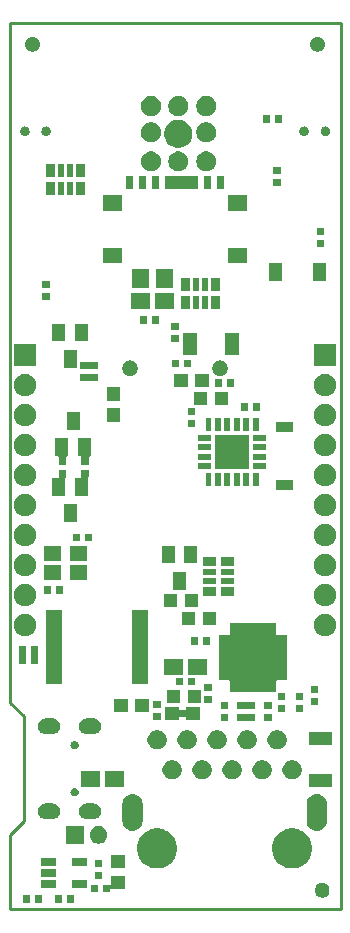
<source format=gbr>
G04 #@! TF.GenerationSoftware,KiCad,Pcbnew,5.1.0-rc1-unknown-9a8afdf~76~ubuntu18.04.1*
G04 #@! TF.CreationDate,2019-02-22T09:22:25+02:00
G04 #@! TF.ProjectId,ESP32-PoE_Rev_C,45535033-322d-4506-9f45-5f5265765f43,C*
G04 #@! TF.SameCoordinates,Original*
G04 #@! TF.FileFunction,Soldermask,Bot*
G04 #@! TF.FilePolarity,Negative*
%FSLAX46Y46*%
G04 Gerber Fmt 4.6, Leading zero omitted, Abs format (unit mm)*
G04 Created by KiCad (PCBNEW 5.1.0-rc1-unknown-9a8afdf~76~ubuntu18.04.1) date 2019-02-22 09:22:25*
%MOMM*%
%LPD*%
G04 APERTURE LIST*
%ADD10C,0.254000*%
%ADD11C,0.609600*%
%ADD12C,0.100000*%
G04 APERTURE END LIST*
D10*
X90150000Y-163830000D02*
X90150000Y-170150000D01*
X91313000Y-162687000D02*
X90150000Y-163830000D01*
X91313000Y-153797000D02*
X91313000Y-162687000D01*
X90150000Y-152654000D02*
X91313000Y-153797000D01*
X90150000Y-152654000D02*
X90150000Y-95150000D01*
X90150000Y-170150000D02*
X118150000Y-170150000D01*
X90150000Y-95150000D02*
X118150000Y-95150000D01*
X118150000Y-170150000D02*
X118150000Y-95150000D01*
D11*
X105275000Y-153543000D02*
X104275000Y-153543000D01*
D12*
G36*
X92883800Y-169616800D02*
G01*
X92282200Y-169616800D01*
X92282200Y-168965200D01*
X92883800Y-168965200D01*
X92883800Y-169616800D01*
X92883800Y-169616800D01*
G37*
G36*
X94534800Y-169616800D02*
G01*
X93933200Y-169616800D01*
X93933200Y-168965200D01*
X94534800Y-168965200D01*
X94534800Y-169616800D01*
X94534800Y-169616800D01*
G37*
G36*
X95550800Y-169616800D02*
G01*
X94949200Y-169616800D01*
X94949200Y-168965200D01*
X95550800Y-168965200D01*
X95550800Y-169616800D01*
X95550800Y-169616800D01*
G37*
G36*
X91867800Y-169616800D02*
G01*
X91266200Y-169616800D01*
X91266200Y-168965200D01*
X91867800Y-168965200D01*
X91867800Y-169616800D01*
X91867800Y-169616800D01*
G37*
G36*
X116708321Y-167914047D02*
G01*
X116768889Y-167926095D01*
X116825942Y-167949727D01*
X116882997Y-167973360D01*
X116985687Y-168041975D01*
X117073025Y-168129313D01*
X117141640Y-168232003D01*
X117141640Y-168232004D01*
X117188155Y-168344300D01*
X117188905Y-168346112D01*
X117213000Y-168467245D01*
X117213000Y-168590755D01*
X117188905Y-168711888D01*
X117141640Y-168825997D01*
X117073025Y-168928687D01*
X116985687Y-169016025D01*
X116882997Y-169084640D01*
X116825943Y-169108272D01*
X116768889Y-169131905D01*
X116708321Y-169143953D01*
X116647755Y-169156000D01*
X116524245Y-169156000D01*
X116463679Y-169143953D01*
X116403111Y-169131905D01*
X116346057Y-169108272D01*
X116289003Y-169084640D01*
X116186313Y-169016025D01*
X116098975Y-168928687D01*
X116030360Y-168825997D01*
X115983095Y-168711888D01*
X115959000Y-168590755D01*
X115959000Y-168467245D01*
X115983095Y-168346112D01*
X115983846Y-168344300D01*
X116030360Y-168232004D01*
X116030360Y-168232003D01*
X116098975Y-168129313D01*
X116186313Y-168041975D01*
X116289003Y-167973360D01*
X116346058Y-167949727D01*
X116403111Y-167926095D01*
X116463679Y-167914047D01*
X116524245Y-167902000D01*
X116647755Y-167902000D01*
X116708321Y-167914047D01*
X116708321Y-167914047D01*
G37*
G36*
X99872800Y-168452800D02*
G01*
X98723799Y-168452800D01*
X98699413Y-168455202D01*
X98675964Y-168462315D01*
X98654353Y-168473866D01*
X98635411Y-168489411D01*
X98619866Y-168508353D01*
X98608315Y-168529964D01*
X98601202Y-168553413D01*
X98598800Y-168577799D01*
X98598800Y-168727800D01*
X97997200Y-168727800D01*
X97997200Y-168076200D01*
X98630201Y-168076200D01*
X98654587Y-168073798D01*
X98678036Y-168066685D01*
X98699647Y-168055134D01*
X98718589Y-168039589D01*
X98734134Y-168020647D01*
X98745685Y-167999036D01*
X98752798Y-167975587D01*
X98755200Y-167951201D01*
X98755200Y-167335200D01*
X99872800Y-167335200D01*
X99872800Y-168452800D01*
X99872800Y-168452800D01*
G37*
G36*
X97582800Y-168727800D02*
G01*
X96981200Y-168727800D01*
X96981200Y-168076200D01*
X97582800Y-168076200D01*
X97582800Y-168727800D01*
X97582800Y-168727800D01*
G37*
G36*
X96692800Y-168344300D02*
G01*
X95391200Y-168344300D01*
X95391200Y-167692700D01*
X96692800Y-167692700D01*
X96692800Y-168344300D01*
X96692800Y-168344300D01*
G37*
G36*
X94092800Y-168344300D02*
G01*
X92791200Y-168344300D01*
X92791200Y-167692700D01*
X94092800Y-167692700D01*
X94092800Y-168344300D01*
X94092800Y-168344300D01*
G37*
G36*
X97988800Y-167559800D02*
G01*
X97337200Y-167559800D01*
X97337200Y-166958200D01*
X97988800Y-166958200D01*
X97988800Y-167559800D01*
X97988800Y-167559800D01*
G37*
G36*
X94092800Y-167394300D02*
G01*
X92791200Y-167394300D01*
X92791200Y-166742700D01*
X94092800Y-166742700D01*
X94092800Y-167394300D01*
X94092800Y-167394300D01*
G37*
G36*
X102947809Y-163327880D02*
G01*
X103112105Y-163360561D01*
X103293842Y-163435839D01*
X103411294Y-163484489D01*
X103421631Y-163488771D01*
X103700197Y-163674903D01*
X103937097Y-163911803D01*
X104123229Y-164190369D01*
X104251439Y-164499895D01*
X104316800Y-164828486D01*
X104316800Y-165163514D01*
X104251439Y-165492105D01*
X104123229Y-165801631D01*
X103937097Y-166080197D01*
X103700197Y-166317097D01*
X103421631Y-166503229D01*
X103112105Y-166631439D01*
X102947809Y-166664120D01*
X102783515Y-166696800D01*
X102448485Y-166696800D01*
X102284191Y-166664120D01*
X102119895Y-166631439D01*
X101810369Y-166503229D01*
X101531803Y-166317097D01*
X101294903Y-166080197D01*
X101108771Y-165801631D01*
X100980561Y-165492105D01*
X100915200Y-165163514D01*
X100915200Y-164828486D01*
X100980561Y-164499895D01*
X101108771Y-164190369D01*
X101294903Y-163911803D01*
X101531803Y-163674903D01*
X101810369Y-163488771D01*
X101820707Y-163484489D01*
X101938158Y-163435839D01*
X102119895Y-163360561D01*
X102284191Y-163327880D01*
X102448485Y-163295200D01*
X102783515Y-163295200D01*
X102947809Y-163327880D01*
X102947809Y-163327880D01*
G37*
G36*
X114377809Y-163327880D02*
G01*
X114542105Y-163360561D01*
X114723842Y-163435839D01*
X114841294Y-163484489D01*
X114851631Y-163488771D01*
X115130197Y-163674903D01*
X115367097Y-163911803D01*
X115553229Y-164190369D01*
X115681439Y-164499895D01*
X115746800Y-164828486D01*
X115746800Y-165163514D01*
X115681439Y-165492105D01*
X115553229Y-165801631D01*
X115367097Y-166080197D01*
X115130197Y-166317097D01*
X114851631Y-166503229D01*
X114542105Y-166631439D01*
X114377809Y-166664120D01*
X114213515Y-166696800D01*
X113878485Y-166696800D01*
X113714191Y-166664120D01*
X113549895Y-166631439D01*
X113240369Y-166503229D01*
X112961803Y-166317097D01*
X112724903Y-166080197D01*
X112538771Y-165801631D01*
X112410561Y-165492105D01*
X112345200Y-165163514D01*
X112345200Y-164828486D01*
X112410561Y-164499895D01*
X112538771Y-164190369D01*
X112724903Y-163911803D01*
X112961803Y-163674903D01*
X113240369Y-163488771D01*
X113250707Y-163484489D01*
X113368158Y-163435839D01*
X113549895Y-163360561D01*
X113714191Y-163327880D01*
X113878485Y-163295200D01*
X114213515Y-163295200D01*
X114377809Y-163327880D01*
X114377809Y-163327880D01*
G37*
G36*
X99872800Y-166674800D02*
G01*
X98755200Y-166674800D01*
X98755200Y-165557200D01*
X99872800Y-165557200D01*
X99872800Y-166674800D01*
X99872800Y-166674800D01*
G37*
G36*
X97988800Y-166543800D02*
G01*
X97337200Y-166543800D01*
X97337200Y-165942200D01*
X97988800Y-165942200D01*
X97988800Y-166543800D01*
X97988800Y-166543800D01*
G37*
G36*
X96692800Y-166444300D02*
G01*
X95391200Y-166444300D01*
X95391200Y-165792700D01*
X96692800Y-165792700D01*
X96692800Y-166444300D01*
X96692800Y-166444300D01*
G37*
G36*
X94092800Y-166444300D02*
G01*
X92791200Y-166444300D01*
X92791200Y-165792700D01*
X94092800Y-165792700D01*
X94092800Y-166444300D01*
X94092800Y-166444300D01*
G37*
G36*
X96389420Y-164603660D02*
G01*
X94887820Y-164603660D01*
X94887820Y-163102060D01*
X96389420Y-163102060D01*
X96389420Y-164603660D01*
X96389420Y-164603660D01*
G37*
G36*
X97869299Y-163128372D02*
G01*
X98005939Y-163184970D01*
X98128905Y-163267133D01*
X98233487Y-163371715D01*
X98315650Y-163494681D01*
X98372248Y-163631321D01*
X98401100Y-163776371D01*
X98401100Y-163924269D01*
X98372248Y-164069319D01*
X98315650Y-164205959D01*
X98233487Y-164328925D01*
X98128905Y-164433507D01*
X98005939Y-164515670D01*
X97869299Y-164572268D01*
X97724249Y-164601120D01*
X97576351Y-164601120D01*
X97431301Y-164572268D01*
X97294661Y-164515670D01*
X97171695Y-164433507D01*
X97067113Y-164328925D01*
X96984950Y-164205959D01*
X96928352Y-164069319D01*
X96899500Y-163924269D01*
X96899500Y-163776371D01*
X96928352Y-163631321D01*
X96984950Y-163494681D01*
X97067113Y-163371715D01*
X97171695Y-163267133D01*
X97294661Y-163184970D01*
X97431301Y-163128372D01*
X97576351Y-163099520D01*
X97724249Y-163099520D01*
X97869299Y-163128372D01*
X97869299Y-163128372D01*
G37*
G36*
X116297786Y-160407511D02*
G01*
X116458160Y-160456161D01*
X116605967Y-160535164D01*
X116735517Y-160641484D01*
X116841838Y-160771036D01*
X116920840Y-160918839D01*
X116969490Y-161079214D01*
X116981800Y-161204207D01*
X116981800Y-162687793D01*
X116969490Y-162812786D01*
X116920840Y-162973161D01*
X116841838Y-163120964D01*
X116735517Y-163250516D01*
X116605965Y-163356837D01*
X116458162Y-163435839D01*
X116297787Y-163484489D01*
X116131000Y-163500915D01*
X115964214Y-163484489D01*
X115803839Y-163435839D01*
X115656036Y-163356837D01*
X115526484Y-163250516D01*
X115420163Y-163120964D01*
X115341161Y-162973161D01*
X115292511Y-162812786D01*
X115280201Y-162687793D01*
X115280200Y-161204208D01*
X115292510Y-161079215D01*
X115341160Y-160918841D01*
X115420163Y-160771034D01*
X115526483Y-160641484D01*
X115656035Y-160535163D01*
X115803838Y-160456161D01*
X115964213Y-160407511D01*
X116131000Y-160391085D01*
X116297786Y-160407511D01*
X116297786Y-160407511D01*
G37*
G36*
X100697786Y-160407511D02*
G01*
X100858160Y-160456161D01*
X101005967Y-160535164D01*
X101135517Y-160641484D01*
X101241838Y-160771036D01*
X101320840Y-160918839D01*
X101369490Y-161079214D01*
X101381800Y-161204207D01*
X101381800Y-162687793D01*
X101369490Y-162812786D01*
X101320840Y-162973161D01*
X101241838Y-163120964D01*
X101135517Y-163250516D01*
X101005965Y-163356837D01*
X100858162Y-163435839D01*
X100697787Y-163484489D01*
X100531000Y-163500915D01*
X100364214Y-163484489D01*
X100203839Y-163435839D01*
X100056036Y-163356837D01*
X99926484Y-163250516D01*
X99820163Y-163120964D01*
X99741161Y-162973161D01*
X99692511Y-162812786D01*
X99680201Y-162687793D01*
X99680200Y-161204208D01*
X99692510Y-161079215D01*
X99741160Y-160918841D01*
X99820163Y-160771034D01*
X99926483Y-160641484D01*
X100056035Y-160535163D01*
X100203838Y-160456161D01*
X100364213Y-160407511D01*
X100531000Y-160391085D01*
X100697786Y-160407511D01*
X100697786Y-160407511D01*
G37*
G36*
X97325771Y-161195909D02*
G01*
X97373579Y-161200617D01*
X97496255Y-161237831D01*
X97496258Y-161237832D01*
X97609313Y-161298261D01*
X97708412Y-161379588D01*
X97789739Y-161478687D01*
X97850168Y-161591742D01*
X97850169Y-161591745D01*
X97887383Y-161714421D01*
X97899948Y-161842000D01*
X97887383Y-161969579D01*
X97850169Y-162092255D01*
X97850168Y-162092258D01*
X97789739Y-162205313D01*
X97708412Y-162304412D01*
X97609313Y-162385739D01*
X97496258Y-162446168D01*
X97496255Y-162446169D01*
X97373579Y-162483383D01*
X97325771Y-162488091D01*
X97277965Y-162492800D01*
X96614035Y-162492800D01*
X96566229Y-162488091D01*
X96518421Y-162483383D01*
X96395745Y-162446169D01*
X96395742Y-162446168D01*
X96282687Y-162385739D01*
X96183588Y-162304412D01*
X96102261Y-162205313D01*
X96041832Y-162092258D01*
X96041831Y-162092255D01*
X96004617Y-161969579D01*
X95992052Y-161842000D01*
X96004617Y-161714421D01*
X96041831Y-161591745D01*
X96041832Y-161591742D01*
X96102261Y-161478687D01*
X96183588Y-161379588D01*
X96282687Y-161298261D01*
X96395742Y-161237832D01*
X96395745Y-161237831D01*
X96518421Y-161200617D01*
X96566229Y-161195909D01*
X96614035Y-161191200D01*
X97277965Y-161191200D01*
X97325771Y-161195909D01*
X97325771Y-161195909D01*
G37*
G36*
X93855771Y-161195909D02*
G01*
X93903579Y-161200617D01*
X94026255Y-161237831D01*
X94026258Y-161237832D01*
X94139313Y-161298261D01*
X94238412Y-161379588D01*
X94319739Y-161478687D01*
X94380168Y-161591742D01*
X94380169Y-161591745D01*
X94417383Y-161714421D01*
X94429948Y-161842000D01*
X94417383Y-161969579D01*
X94380169Y-162092255D01*
X94380168Y-162092258D01*
X94319739Y-162205313D01*
X94238412Y-162304412D01*
X94139313Y-162385739D01*
X94026258Y-162446168D01*
X94026255Y-162446169D01*
X93903579Y-162483383D01*
X93855771Y-162488091D01*
X93807965Y-162492800D01*
X93144035Y-162492800D01*
X93096229Y-162488091D01*
X93048421Y-162483383D01*
X92925745Y-162446169D01*
X92925742Y-162446168D01*
X92812687Y-162385739D01*
X92713588Y-162304412D01*
X92632261Y-162205313D01*
X92571832Y-162092258D01*
X92571831Y-162092255D01*
X92534617Y-161969579D01*
X92522052Y-161842000D01*
X92534617Y-161714421D01*
X92571831Y-161591745D01*
X92571832Y-161591742D01*
X92632261Y-161478687D01*
X92713588Y-161379588D01*
X92812687Y-161298261D01*
X92925742Y-161237832D01*
X92925745Y-161237831D01*
X93048421Y-161200617D01*
X93096229Y-161195909D01*
X93144035Y-161191200D01*
X93807965Y-161191200D01*
X93855771Y-161195909D01*
X93855771Y-161195909D01*
G37*
G36*
X95728324Y-159904681D02*
G01*
X95792166Y-159931125D01*
X95849622Y-159969516D01*
X95898484Y-160018378D01*
X95936875Y-160075834D01*
X95963319Y-160139676D01*
X95976800Y-160207449D01*
X95976800Y-160276551D01*
X95963319Y-160344324D01*
X95936875Y-160408166D01*
X95898484Y-160465622D01*
X95849622Y-160514484D01*
X95792166Y-160552875D01*
X95728324Y-160579319D01*
X95660551Y-160592800D01*
X95591449Y-160592800D01*
X95523676Y-160579319D01*
X95459834Y-160552875D01*
X95402378Y-160514484D01*
X95353516Y-160465622D01*
X95315125Y-160408166D01*
X95288681Y-160344324D01*
X95275200Y-160276551D01*
X95275200Y-160207449D01*
X95288681Y-160139676D01*
X95315125Y-160075834D01*
X95353516Y-160018378D01*
X95402378Y-159969516D01*
X95459834Y-159931125D01*
X95523676Y-159904681D01*
X95591449Y-159891200D01*
X95660551Y-159891200D01*
X95728324Y-159904681D01*
X95728324Y-159904681D01*
G37*
G36*
X99809300Y-159816800D02*
G01*
X98183700Y-159816800D01*
X98183700Y-158445200D01*
X99809300Y-158445200D01*
X99809300Y-159816800D01*
X99809300Y-159816800D01*
G37*
G36*
X97777300Y-159816800D02*
G01*
X96151700Y-159816800D01*
X96151700Y-158445200D01*
X97777300Y-158445200D01*
X97777300Y-159816800D01*
X97777300Y-159816800D01*
G37*
G36*
X117398800Y-159816800D02*
G01*
X115519200Y-159816800D01*
X115519200Y-158699200D01*
X117398800Y-158699200D01*
X117398800Y-159816800D01*
X117398800Y-159816800D01*
G37*
G36*
X106663085Y-157564435D02*
G01*
X106811004Y-157625705D01*
X106811005Y-157625706D01*
X106944130Y-157714657D01*
X107057343Y-157827870D01*
X107057344Y-157827872D01*
X107146295Y-157960996D01*
X107207565Y-158108915D01*
X107238800Y-158265945D01*
X107238800Y-158426055D01*
X107207565Y-158583085D01*
X107146295Y-158731004D01*
X107146294Y-158731005D01*
X107057343Y-158864130D01*
X106944130Y-158977343D01*
X106877115Y-159022121D01*
X106811004Y-159066295D01*
X106663085Y-159127565D01*
X106506055Y-159158800D01*
X106345945Y-159158800D01*
X106188915Y-159127565D01*
X106040996Y-159066295D01*
X105974885Y-159022121D01*
X105907870Y-158977343D01*
X105794657Y-158864130D01*
X105705706Y-158731005D01*
X105705705Y-158731004D01*
X105644435Y-158583085D01*
X105613200Y-158426055D01*
X105613200Y-158265945D01*
X105644435Y-158108915D01*
X105705705Y-157960996D01*
X105794656Y-157827872D01*
X105794657Y-157827870D01*
X105907870Y-157714657D01*
X106040995Y-157625706D01*
X106040996Y-157625705D01*
X106188915Y-157564435D01*
X106345945Y-157533200D01*
X106506055Y-157533200D01*
X106663085Y-157564435D01*
X106663085Y-157564435D01*
G37*
G36*
X104123085Y-157564435D02*
G01*
X104271004Y-157625705D01*
X104271005Y-157625706D01*
X104404130Y-157714657D01*
X104517343Y-157827870D01*
X104517344Y-157827872D01*
X104606295Y-157960996D01*
X104667565Y-158108915D01*
X104698800Y-158265945D01*
X104698800Y-158426055D01*
X104667565Y-158583085D01*
X104606295Y-158731004D01*
X104606294Y-158731005D01*
X104517343Y-158864130D01*
X104404130Y-158977343D01*
X104337115Y-159022121D01*
X104271004Y-159066295D01*
X104123085Y-159127565D01*
X103966055Y-159158800D01*
X103805945Y-159158800D01*
X103648915Y-159127565D01*
X103500996Y-159066295D01*
X103434885Y-159022121D01*
X103367870Y-158977343D01*
X103254657Y-158864130D01*
X103165706Y-158731005D01*
X103165705Y-158731004D01*
X103104435Y-158583085D01*
X103073200Y-158426055D01*
X103073200Y-158265945D01*
X103104435Y-158108915D01*
X103165705Y-157960996D01*
X103254656Y-157827872D01*
X103254657Y-157827870D01*
X103367870Y-157714657D01*
X103500995Y-157625706D01*
X103500996Y-157625705D01*
X103648915Y-157564435D01*
X103805945Y-157533200D01*
X103966055Y-157533200D01*
X104123085Y-157564435D01*
X104123085Y-157564435D01*
G37*
G36*
X109203085Y-157564435D02*
G01*
X109351004Y-157625705D01*
X109351005Y-157625706D01*
X109484130Y-157714657D01*
X109597343Y-157827870D01*
X109597344Y-157827872D01*
X109686295Y-157960996D01*
X109747565Y-158108915D01*
X109778800Y-158265945D01*
X109778800Y-158426055D01*
X109747565Y-158583085D01*
X109686295Y-158731004D01*
X109686294Y-158731005D01*
X109597343Y-158864130D01*
X109484130Y-158977343D01*
X109417115Y-159022121D01*
X109351004Y-159066295D01*
X109203085Y-159127565D01*
X109046055Y-159158800D01*
X108885945Y-159158800D01*
X108728915Y-159127565D01*
X108580996Y-159066295D01*
X108514885Y-159022121D01*
X108447870Y-158977343D01*
X108334657Y-158864130D01*
X108245706Y-158731005D01*
X108245705Y-158731004D01*
X108184435Y-158583085D01*
X108153200Y-158426055D01*
X108153200Y-158265945D01*
X108184435Y-158108915D01*
X108245705Y-157960996D01*
X108334656Y-157827872D01*
X108334657Y-157827870D01*
X108447870Y-157714657D01*
X108580995Y-157625706D01*
X108580996Y-157625705D01*
X108728915Y-157564435D01*
X108885945Y-157533200D01*
X109046055Y-157533200D01*
X109203085Y-157564435D01*
X109203085Y-157564435D01*
G37*
G36*
X111743085Y-157564435D02*
G01*
X111891004Y-157625705D01*
X111891005Y-157625706D01*
X112024130Y-157714657D01*
X112137343Y-157827870D01*
X112137344Y-157827872D01*
X112226295Y-157960996D01*
X112287565Y-158108915D01*
X112318800Y-158265945D01*
X112318800Y-158426055D01*
X112287565Y-158583085D01*
X112226295Y-158731004D01*
X112226294Y-158731005D01*
X112137343Y-158864130D01*
X112024130Y-158977343D01*
X111957115Y-159022121D01*
X111891004Y-159066295D01*
X111743085Y-159127565D01*
X111586055Y-159158800D01*
X111425945Y-159158800D01*
X111268915Y-159127565D01*
X111120996Y-159066295D01*
X111054885Y-159022121D01*
X110987870Y-158977343D01*
X110874657Y-158864130D01*
X110785706Y-158731005D01*
X110785705Y-158731004D01*
X110724435Y-158583085D01*
X110693200Y-158426055D01*
X110693200Y-158265945D01*
X110724435Y-158108915D01*
X110785705Y-157960996D01*
X110874656Y-157827872D01*
X110874657Y-157827870D01*
X110987870Y-157714657D01*
X111120995Y-157625706D01*
X111120996Y-157625705D01*
X111268915Y-157564435D01*
X111425945Y-157533200D01*
X111586055Y-157533200D01*
X111743085Y-157564435D01*
X111743085Y-157564435D01*
G37*
G36*
X114283085Y-157564435D02*
G01*
X114431004Y-157625705D01*
X114431005Y-157625706D01*
X114564130Y-157714657D01*
X114677343Y-157827870D01*
X114677344Y-157827872D01*
X114766295Y-157960996D01*
X114827565Y-158108915D01*
X114858800Y-158265945D01*
X114858800Y-158426055D01*
X114827565Y-158583085D01*
X114766295Y-158731004D01*
X114766294Y-158731005D01*
X114677343Y-158864130D01*
X114564130Y-158977343D01*
X114497115Y-159022121D01*
X114431004Y-159066295D01*
X114283085Y-159127565D01*
X114126055Y-159158800D01*
X113965945Y-159158800D01*
X113808915Y-159127565D01*
X113660996Y-159066295D01*
X113594885Y-159022121D01*
X113527870Y-158977343D01*
X113414657Y-158864130D01*
X113325706Y-158731005D01*
X113325705Y-158731004D01*
X113264435Y-158583085D01*
X113233200Y-158426055D01*
X113233200Y-158265945D01*
X113264435Y-158108915D01*
X113325705Y-157960996D01*
X113414656Y-157827872D01*
X113414657Y-157827870D01*
X113527870Y-157714657D01*
X113660995Y-157625706D01*
X113660996Y-157625705D01*
X113808915Y-157564435D01*
X113965945Y-157533200D01*
X114126055Y-157533200D01*
X114283085Y-157564435D01*
X114283085Y-157564435D01*
G37*
G36*
X110473085Y-155024435D02*
G01*
X110621004Y-155085705D01*
X110621005Y-155085706D01*
X110754130Y-155174657D01*
X110867343Y-155287870D01*
X110867344Y-155287872D01*
X110956295Y-155420996D01*
X111017565Y-155568915D01*
X111048800Y-155725945D01*
X111048800Y-155886055D01*
X111017565Y-156043085D01*
X110956295Y-156191004D01*
X110956294Y-156191005D01*
X110867343Y-156324130D01*
X110754130Y-156437343D01*
X110711812Y-156465619D01*
X110621004Y-156526295D01*
X110473085Y-156587565D01*
X110316055Y-156618800D01*
X110155945Y-156618800D01*
X109998915Y-156587565D01*
X109850996Y-156526295D01*
X109760188Y-156465619D01*
X109717870Y-156437343D01*
X109604657Y-156324130D01*
X109515706Y-156191005D01*
X109515705Y-156191004D01*
X109454435Y-156043085D01*
X109423200Y-155886055D01*
X109423200Y-155725945D01*
X109454435Y-155568915D01*
X109515705Y-155420996D01*
X109604656Y-155287872D01*
X109604657Y-155287870D01*
X109717870Y-155174657D01*
X109850995Y-155085706D01*
X109850996Y-155085705D01*
X109998915Y-155024435D01*
X110155945Y-154993200D01*
X110316055Y-154993200D01*
X110473085Y-155024435D01*
X110473085Y-155024435D01*
G37*
G36*
X105393085Y-155024435D02*
G01*
X105541004Y-155085705D01*
X105541005Y-155085706D01*
X105674130Y-155174657D01*
X105787343Y-155287870D01*
X105787344Y-155287872D01*
X105876295Y-155420996D01*
X105937565Y-155568915D01*
X105968800Y-155725945D01*
X105968800Y-155886055D01*
X105937565Y-156043085D01*
X105876295Y-156191004D01*
X105876294Y-156191005D01*
X105787343Y-156324130D01*
X105674130Y-156437343D01*
X105631812Y-156465619D01*
X105541004Y-156526295D01*
X105393085Y-156587565D01*
X105236055Y-156618800D01*
X105075945Y-156618800D01*
X104918915Y-156587565D01*
X104770996Y-156526295D01*
X104680188Y-156465619D01*
X104637870Y-156437343D01*
X104524657Y-156324130D01*
X104435706Y-156191005D01*
X104435705Y-156191004D01*
X104374435Y-156043085D01*
X104343200Y-155886055D01*
X104343200Y-155725945D01*
X104374435Y-155568915D01*
X104435705Y-155420996D01*
X104524656Y-155287872D01*
X104524657Y-155287870D01*
X104637870Y-155174657D01*
X104770995Y-155085706D01*
X104770996Y-155085705D01*
X104918915Y-155024435D01*
X105075945Y-154993200D01*
X105236055Y-154993200D01*
X105393085Y-155024435D01*
X105393085Y-155024435D01*
G37*
G36*
X107933085Y-155024435D02*
G01*
X108081004Y-155085705D01*
X108081005Y-155085706D01*
X108214130Y-155174657D01*
X108327343Y-155287870D01*
X108327344Y-155287872D01*
X108416295Y-155420996D01*
X108477565Y-155568915D01*
X108508800Y-155725945D01*
X108508800Y-155886055D01*
X108477565Y-156043085D01*
X108416295Y-156191004D01*
X108416294Y-156191005D01*
X108327343Y-156324130D01*
X108214130Y-156437343D01*
X108171812Y-156465619D01*
X108081004Y-156526295D01*
X107933085Y-156587565D01*
X107776055Y-156618800D01*
X107615945Y-156618800D01*
X107458915Y-156587565D01*
X107310996Y-156526295D01*
X107220188Y-156465619D01*
X107177870Y-156437343D01*
X107064657Y-156324130D01*
X106975706Y-156191005D01*
X106975705Y-156191004D01*
X106914435Y-156043085D01*
X106883200Y-155886055D01*
X106883200Y-155725945D01*
X106914435Y-155568915D01*
X106975705Y-155420996D01*
X107064656Y-155287872D01*
X107064657Y-155287870D01*
X107177870Y-155174657D01*
X107310995Y-155085706D01*
X107310996Y-155085705D01*
X107458915Y-155024435D01*
X107615945Y-154993200D01*
X107776055Y-154993200D01*
X107933085Y-155024435D01*
X107933085Y-155024435D01*
G37*
G36*
X113013085Y-155024435D02*
G01*
X113161004Y-155085705D01*
X113161005Y-155085706D01*
X113294130Y-155174657D01*
X113407343Y-155287870D01*
X113407344Y-155287872D01*
X113496295Y-155420996D01*
X113557565Y-155568915D01*
X113588800Y-155725945D01*
X113588800Y-155886055D01*
X113557565Y-156043085D01*
X113496295Y-156191004D01*
X113496294Y-156191005D01*
X113407343Y-156324130D01*
X113294130Y-156437343D01*
X113251812Y-156465619D01*
X113161004Y-156526295D01*
X113013085Y-156587565D01*
X112856055Y-156618800D01*
X112695945Y-156618800D01*
X112538915Y-156587565D01*
X112390996Y-156526295D01*
X112300188Y-156465619D01*
X112257870Y-156437343D01*
X112144657Y-156324130D01*
X112055706Y-156191005D01*
X112055705Y-156191004D01*
X111994435Y-156043085D01*
X111963200Y-155886055D01*
X111963200Y-155725945D01*
X111994435Y-155568915D01*
X112055705Y-155420996D01*
X112144656Y-155287872D01*
X112144657Y-155287870D01*
X112257870Y-155174657D01*
X112390995Y-155085706D01*
X112390996Y-155085705D01*
X112538915Y-155024435D01*
X112695945Y-154993200D01*
X112856055Y-154993200D01*
X113013085Y-155024435D01*
X113013085Y-155024435D01*
G37*
G36*
X102853085Y-155024435D02*
G01*
X103001004Y-155085705D01*
X103001005Y-155085706D01*
X103134130Y-155174657D01*
X103247343Y-155287870D01*
X103247344Y-155287872D01*
X103336295Y-155420996D01*
X103397565Y-155568915D01*
X103428800Y-155725945D01*
X103428800Y-155886055D01*
X103397565Y-156043085D01*
X103336295Y-156191004D01*
X103336294Y-156191005D01*
X103247343Y-156324130D01*
X103134130Y-156437343D01*
X103091812Y-156465619D01*
X103001004Y-156526295D01*
X102853085Y-156587565D01*
X102696055Y-156618800D01*
X102535945Y-156618800D01*
X102378915Y-156587565D01*
X102230996Y-156526295D01*
X102140188Y-156465619D01*
X102097870Y-156437343D01*
X101984657Y-156324130D01*
X101895706Y-156191005D01*
X101895705Y-156191004D01*
X101834435Y-156043085D01*
X101803200Y-155886055D01*
X101803200Y-155725945D01*
X101834435Y-155568915D01*
X101895705Y-155420996D01*
X101984656Y-155287872D01*
X101984657Y-155287870D01*
X102097870Y-155174657D01*
X102230995Y-155085706D01*
X102230996Y-155085705D01*
X102378915Y-155024435D01*
X102535945Y-154993200D01*
X102696055Y-154993200D01*
X102853085Y-155024435D01*
X102853085Y-155024435D01*
G37*
G36*
X95728324Y-155904681D02*
G01*
X95792166Y-155931125D01*
X95849622Y-155969516D01*
X95898484Y-156018378D01*
X95936875Y-156075834D01*
X95963319Y-156139676D01*
X95976800Y-156207449D01*
X95976800Y-156276551D01*
X95963319Y-156344324D01*
X95936875Y-156408166D01*
X95898484Y-156465622D01*
X95849622Y-156514484D01*
X95792166Y-156552875D01*
X95728324Y-156579319D01*
X95660551Y-156592800D01*
X95591449Y-156592800D01*
X95523676Y-156579319D01*
X95459834Y-156552875D01*
X95402378Y-156514484D01*
X95353516Y-156465622D01*
X95315125Y-156408166D01*
X95288681Y-156344324D01*
X95275200Y-156276551D01*
X95275200Y-156207449D01*
X95288681Y-156139676D01*
X95315125Y-156075834D01*
X95353516Y-156018378D01*
X95402378Y-155969516D01*
X95459834Y-155931125D01*
X95523676Y-155904681D01*
X95591449Y-155891200D01*
X95660551Y-155891200D01*
X95728324Y-155904681D01*
X95728324Y-155904681D01*
G37*
G36*
X117398800Y-156260800D02*
G01*
X115519200Y-156260800D01*
X115519200Y-155143200D01*
X117398800Y-155143200D01*
X117398800Y-156260800D01*
X117398800Y-156260800D01*
G37*
G36*
X93855771Y-153995909D02*
G01*
X93903579Y-154000617D01*
X94026255Y-154037831D01*
X94026258Y-154037832D01*
X94139313Y-154098261D01*
X94238412Y-154179588D01*
X94319739Y-154278687D01*
X94380168Y-154391742D01*
X94380169Y-154391745D01*
X94417383Y-154514421D01*
X94429948Y-154642000D01*
X94417383Y-154769579D01*
X94380169Y-154892255D01*
X94380168Y-154892258D01*
X94319739Y-155005313D01*
X94238412Y-155104412D01*
X94139313Y-155185739D01*
X94026258Y-155246168D01*
X94026255Y-155246169D01*
X93903579Y-155283383D01*
X93858020Y-155287870D01*
X93807965Y-155292800D01*
X93144035Y-155292800D01*
X93093980Y-155287870D01*
X93048421Y-155283383D01*
X92925745Y-155246169D01*
X92925742Y-155246168D01*
X92812687Y-155185739D01*
X92713588Y-155104412D01*
X92632261Y-155005313D01*
X92571832Y-154892258D01*
X92571831Y-154892255D01*
X92534617Y-154769579D01*
X92522052Y-154642000D01*
X92534617Y-154514421D01*
X92571831Y-154391745D01*
X92571832Y-154391742D01*
X92632261Y-154278687D01*
X92713588Y-154179588D01*
X92812687Y-154098261D01*
X92925742Y-154037832D01*
X92925745Y-154037831D01*
X93048421Y-154000617D01*
X93096229Y-153995909D01*
X93144035Y-153991200D01*
X93807965Y-153991200D01*
X93855771Y-153995909D01*
X93855771Y-153995909D01*
G37*
G36*
X97325771Y-153995909D02*
G01*
X97373579Y-154000617D01*
X97496255Y-154037831D01*
X97496258Y-154037832D01*
X97609313Y-154098261D01*
X97708412Y-154179588D01*
X97789739Y-154278687D01*
X97850168Y-154391742D01*
X97850169Y-154391745D01*
X97887383Y-154514421D01*
X97899948Y-154642000D01*
X97887383Y-154769579D01*
X97850169Y-154892255D01*
X97850168Y-154892258D01*
X97789739Y-155005313D01*
X97708412Y-155104412D01*
X97609313Y-155185739D01*
X97496258Y-155246168D01*
X97496255Y-155246169D01*
X97373579Y-155283383D01*
X97328020Y-155287870D01*
X97277965Y-155292800D01*
X96614035Y-155292800D01*
X96563980Y-155287870D01*
X96518421Y-155283383D01*
X96395745Y-155246169D01*
X96395742Y-155246168D01*
X96282687Y-155185739D01*
X96183588Y-155104412D01*
X96102261Y-155005313D01*
X96041832Y-154892258D01*
X96041831Y-154892255D01*
X96004617Y-154769579D01*
X95992052Y-154642000D01*
X96004617Y-154514421D01*
X96041831Y-154391745D01*
X96041832Y-154391742D01*
X96102261Y-154278687D01*
X96183588Y-154179588D01*
X96282687Y-154098261D01*
X96395742Y-154037832D01*
X96395745Y-154037831D01*
X96518421Y-154000617D01*
X96566229Y-153995909D01*
X96614035Y-153991200D01*
X97277965Y-153991200D01*
X97325771Y-153995909D01*
X97325771Y-153995909D01*
G37*
G36*
X112339800Y-154224800D02*
G01*
X111688200Y-154224800D01*
X111688200Y-153623200D01*
X112339800Y-153623200D01*
X112339800Y-154224800D01*
X112339800Y-154224800D01*
G37*
G36*
X108656800Y-154224800D02*
G01*
X108005200Y-154224800D01*
X108005200Y-153623200D01*
X108656800Y-153623200D01*
X108656800Y-154224800D01*
X108656800Y-154224800D01*
G37*
G36*
X110942800Y-154224800D02*
G01*
X109402200Y-154224800D01*
X109402200Y-153623200D01*
X110942800Y-153623200D01*
X110942800Y-154224800D01*
X110942800Y-154224800D01*
G37*
G36*
X106222800Y-154101800D02*
G01*
X105105200Y-154101800D01*
X105105200Y-152984200D01*
X106222800Y-152984200D01*
X106222800Y-154101800D01*
X106222800Y-154101800D01*
G37*
G36*
X104444800Y-154101800D02*
G01*
X103327200Y-154101800D01*
X103327200Y-152984200D01*
X104444800Y-152984200D01*
X104444800Y-154101800D01*
X104444800Y-154101800D01*
G37*
G36*
X102941800Y-154097800D02*
G01*
X102290200Y-154097800D01*
X102290200Y-153496200D01*
X102941800Y-153496200D01*
X102941800Y-154097800D01*
X102941800Y-154097800D01*
G37*
G36*
X101904800Y-153466800D02*
G01*
X100787200Y-153466800D01*
X100787200Y-152349200D01*
X101904800Y-152349200D01*
X101904800Y-153466800D01*
X101904800Y-153466800D01*
G37*
G36*
X100126800Y-153466800D02*
G01*
X99009200Y-153466800D01*
X99009200Y-152349200D01*
X100126800Y-152349200D01*
X100126800Y-153466800D01*
X100126800Y-153466800D01*
G37*
G36*
X113482800Y-153462800D02*
G01*
X112831200Y-153462800D01*
X112831200Y-152861200D01*
X113482800Y-152861200D01*
X113482800Y-153462800D01*
X113482800Y-153462800D01*
G37*
G36*
X115006800Y-153462800D02*
G01*
X114355200Y-153462800D01*
X114355200Y-152861200D01*
X115006800Y-152861200D01*
X115006800Y-153462800D01*
X115006800Y-153462800D01*
G37*
G36*
X110942800Y-153208800D02*
G01*
X109402200Y-153208800D01*
X109402200Y-152607200D01*
X110942800Y-152607200D01*
X110942800Y-153208800D01*
X110942800Y-153208800D01*
G37*
G36*
X108656800Y-153208800D02*
G01*
X108005200Y-153208800D01*
X108005200Y-152607200D01*
X108656800Y-152607200D01*
X108656800Y-153208800D01*
X108656800Y-153208800D01*
G37*
G36*
X112339800Y-153208800D02*
G01*
X111688200Y-153208800D01*
X111688200Y-152607200D01*
X112339800Y-152607200D01*
X112339800Y-153208800D01*
X112339800Y-153208800D01*
G37*
G36*
X102941800Y-153081800D02*
G01*
X102290200Y-153081800D01*
X102290200Y-152480200D01*
X102941800Y-152480200D01*
X102941800Y-153081800D01*
X102941800Y-153081800D01*
G37*
G36*
X116276800Y-152827800D02*
G01*
X115625200Y-152827800D01*
X115625200Y-152226200D01*
X116276800Y-152226200D01*
X116276800Y-152827800D01*
X116276800Y-152827800D01*
G37*
G36*
X106349800Y-152704800D02*
G01*
X105232200Y-152704800D01*
X105232200Y-151587200D01*
X106349800Y-151587200D01*
X106349800Y-152704800D01*
X106349800Y-152704800D01*
G37*
G36*
X104571800Y-152704800D02*
G01*
X103454200Y-152704800D01*
X103454200Y-151587200D01*
X104571800Y-151587200D01*
X104571800Y-152704800D01*
X104571800Y-152704800D01*
G37*
G36*
X107259800Y-152700800D02*
G01*
X106608200Y-152700800D01*
X106608200Y-152099200D01*
X107259800Y-152099200D01*
X107259800Y-152700800D01*
X107259800Y-152700800D01*
G37*
G36*
X113482800Y-152446800D02*
G01*
X112831200Y-152446800D01*
X112831200Y-151869799D01*
X112828798Y-151845413D01*
X112828733Y-151845200D01*
X113482800Y-151845200D01*
X113482800Y-152446800D01*
X113482800Y-152446800D01*
G37*
G36*
X115006800Y-152446800D02*
G01*
X114355200Y-152446800D01*
X114355200Y-151845200D01*
X115006800Y-151845200D01*
X115006800Y-152446800D01*
X115006800Y-152446800D01*
G37*
G36*
X116276800Y-151811800D02*
G01*
X115625200Y-151811800D01*
X115625200Y-151210200D01*
X116276800Y-151210200D01*
X116276800Y-151811800D01*
X116276800Y-151811800D01*
G37*
G36*
X112669800Y-146793201D02*
G01*
X112672202Y-146817587D01*
X112679315Y-146841036D01*
X112690866Y-146862647D01*
X112706411Y-146881589D01*
X112725353Y-146897134D01*
X112746964Y-146908685D01*
X112770413Y-146915798D01*
X112794799Y-146918200D01*
X113644800Y-146918200D01*
X113644800Y-150769800D01*
X112794799Y-150769800D01*
X112770413Y-150772202D01*
X112746964Y-150779315D01*
X112725353Y-150790866D01*
X112706411Y-150806411D01*
X112690866Y-150825353D01*
X112679315Y-150846964D01*
X112672202Y-150870413D01*
X112669800Y-150894799D01*
X112669800Y-151720201D01*
X112672202Y-151744587D01*
X112672267Y-151744800D01*
X108818200Y-151744800D01*
X108818200Y-150894799D01*
X108815798Y-150870413D01*
X108808685Y-150846964D01*
X108797134Y-150825353D01*
X108781589Y-150806411D01*
X108762647Y-150790866D01*
X108741036Y-150779315D01*
X108717587Y-150772202D01*
X108693201Y-150769800D01*
X107843200Y-150769800D01*
X107843200Y-146918200D01*
X108693201Y-146918200D01*
X108717587Y-146915798D01*
X108741036Y-146908685D01*
X108762647Y-146897134D01*
X108781589Y-146881589D01*
X108797134Y-146862647D01*
X108808685Y-146841036D01*
X108815798Y-146817587D01*
X108818200Y-146793201D01*
X108818200Y-145943200D01*
X112669800Y-145943200D01*
X112669800Y-146793201D01*
X112669800Y-146793201D01*
G37*
G36*
X107259800Y-151684800D02*
G01*
X106608200Y-151684800D01*
X106608200Y-151083200D01*
X107259800Y-151083200D01*
X107259800Y-151684800D01*
X107259800Y-151684800D01*
G37*
G36*
X105837800Y-151201800D02*
G01*
X105236200Y-151201800D01*
X105236200Y-150550200D01*
X105837800Y-150550200D01*
X105837800Y-151201800D01*
X105837800Y-151201800D01*
G37*
G36*
X104821800Y-151201800D02*
G01*
X104220200Y-151201800D01*
X104220200Y-150550200D01*
X104821800Y-150550200D01*
X104821800Y-151201800D01*
X104821800Y-151201800D01*
G37*
G36*
X101841300Y-151093300D02*
G01*
X100469700Y-151093300D01*
X100469700Y-144816700D01*
X101841300Y-144816700D01*
X101841300Y-151093300D01*
X101841300Y-151093300D01*
G37*
G36*
X94602300Y-151093300D02*
G01*
X93230700Y-151093300D01*
X93230700Y-144816700D01*
X94602300Y-144816700D01*
X94602300Y-151093300D01*
X94602300Y-151093300D01*
G37*
G36*
X104825800Y-150291800D02*
G01*
X103200200Y-150291800D01*
X103200200Y-148920200D01*
X104825800Y-148920200D01*
X104825800Y-150291800D01*
X104825800Y-150291800D01*
G37*
G36*
X106857800Y-150291800D02*
G01*
X105232200Y-150291800D01*
X105232200Y-148920200D01*
X106857800Y-148920200D01*
X106857800Y-150291800D01*
X106857800Y-150291800D01*
G37*
G36*
X91486800Y-149423800D02*
G01*
X90885200Y-149423800D01*
X90885200Y-147883200D01*
X91486800Y-147883200D01*
X91486800Y-149423800D01*
X91486800Y-149423800D01*
G37*
G36*
X92502800Y-149423800D02*
G01*
X91901200Y-149423800D01*
X91901200Y-147883200D01*
X92502800Y-147883200D01*
X92502800Y-149423800D01*
X92502800Y-149423800D01*
G37*
G36*
X107107800Y-147772800D02*
G01*
X106506200Y-147772800D01*
X106506200Y-147121200D01*
X107107800Y-147121200D01*
X107107800Y-147772800D01*
X107107800Y-147772800D01*
G37*
G36*
X106091800Y-147772800D02*
G01*
X105490200Y-147772800D01*
X105490200Y-147121200D01*
X106091800Y-147121200D01*
X106091800Y-147772800D01*
X106091800Y-147772800D01*
G37*
G36*
X91653607Y-145164277D02*
G01*
X91714129Y-145176316D01*
X91885162Y-145247160D01*
X92039087Y-145350010D01*
X92169990Y-145480913D01*
X92272841Y-145634840D01*
X92343684Y-145805872D01*
X92371001Y-145943200D01*
X92379800Y-145987438D01*
X92379800Y-146172562D01*
X92343684Y-146354129D01*
X92272840Y-146525162D01*
X92169990Y-146679087D01*
X92039087Y-146809990D01*
X91885162Y-146912840D01*
X91714129Y-146983684D01*
X91666289Y-146993200D01*
X91532564Y-147019800D01*
X91347436Y-147019800D01*
X91213711Y-146993200D01*
X91165871Y-146983684D01*
X90994838Y-146912840D01*
X90840913Y-146809990D01*
X90710010Y-146679087D01*
X90607160Y-146525162D01*
X90536316Y-146354129D01*
X90500200Y-146172562D01*
X90500200Y-145987438D01*
X90509000Y-145943200D01*
X90536316Y-145805872D01*
X90607159Y-145634840D01*
X90710010Y-145480913D01*
X90840913Y-145350010D01*
X90994838Y-145247160D01*
X91165871Y-145176316D01*
X91226393Y-145164277D01*
X91347436Y-145140200D01*
X91532564Y-145140200D01*
X91653607Y-145164277D01*
X91653607Y-145164277D01*
G37*
G36*
X117053607Y-145164277D02*
G01*
X117114129Y-145176316D01*
X117285162Y-145247160D01*
X117439087Y-145350010D01*
X117569990Y-145480913D01*
X117672841Y-145634840D01*
X117743684Y-145805872D01*
X117771001Y-145943200D01*
X117779800Y-145987438D01*
X117779800Y-146172562D01*
X117743684Y-146354129D01*
X117672840Y-146525162D01*
X117569990Y-146679087D01*
X117439087Y-146809990D01*
X117285162Y-146912840D01*
X117114129Y-146983684D01*
X117066289Y-146993200D01*
X116932564Y-147019800D01*
X116747436Y-147019800D01*
X116613711Y-146993200D01*
X116565871Y-146983684D01*
X116394838Y-146912840D01*
X116240913Y-146809990D01*
X116110010Y-146679087D01*
X116007160Y-146525162D01*
X115936316Y-146354129D01*
X115900200Y-146172562D01*
X115900200Y-145987438D01*
X115909000Y-145943200D01*
X115936316Y-145805872D01*
X116007159Y-145634840D01*
X116110010Y-145480913D01*
X116240913Y-145350010D01*
X116394838Y-145247160D01*
X116565871Y-145176316D01*
X116626393Y-145164277D01*
X116747436Y-145140200D01*
X116932564Y-145140200D01*
X117053607Y-145164277D01*
X117053607Y-145164277D01*
G37*
G36*
X105841800Y-146100800D02*
G01*
X104724200Y-146100800D01*
X104724200Y-144983200D01*
X105841800Y-144983200D01*
X105841800Y-146100800D01*
X105841800Y-146100800D01*
G37*
G36*
X107619800Y-146100800D02*
G01*
X106502200Y-146100800D01*
X106502200Y-144983200D01*
X107619800Y-144983200D01*
X107619800Y-146100800D01*
X107619800Y-146100800D01*
G37*
G36*
X104317800Y-144576800D02*
G01*
X103200200Y-144576800D01*
X103200200Y-143459200D01*
X104317800Y-143459200D01*
X104317800Y-144576800D01*
X104317800Y-144576800D01*
G37*
G36*
X106095800Y-144576800D02*
G01*
X104978200Y-144576800D01*
X104978200Y-143459200D01*
X106095800Y-143459200D01*
X106095800Y-144576800D01*
X106095800Y-144576800D01*
G37*
G36*
X117053607Y-142624277D02*
G01*
X117114129Y-142636316D01*
X117285162Y-142707160D01*
X117439087Y-142810010D01*
X117569990Y-142940913D01*
X117672840Y-143094838D01*
X117743684Y-143265871D01*
X117779800Y-143447438D01*
X117779800Y-143632562D01*
X117743684Y-143814129D01*
X117672840Y-143985162D01*
X117569990Y-144139087D01*
X117439087Y-144269990D01*
X117285162Y-144372840D01*
X117114129Y-144443684D01*
X117053607Y-144455723D01*
X116932564Y-144479800D01*
X116747436Y-144479800D01*
X116626393Y-144455723D01*
X116565871Y-144443684D01*
X116394838Y-144372840D01*
X116240913Y-144269990D01*
X116110010Y-144139087D01*
X116007160Y-143985162D01*
X115936316Y-143814129D01*
X115900200Y-143632562D01*
X115900200Y-143447438D01*
X115936316Y-143265871D01*
X116007160Y-143094838D01*
X116110010Y-142940913D01*
X116240913Y-142810010D01*
X116394838Y-142707160D01*
X116565871Y-142636316D01*
X116626393Y-142624277D01*
X116747436Y-142600200D01*
X116932564Y-142600200D01*
X117053607Y-142624277D01*
X117053607Y-142624277D01*
G37*
G36*
X91653607Y-142624277D02*
G01*
X91714129Y-142636316D01*
X91885162Y-142707160D01*
X92039087Y-142810010D01*
X92169990Y-142940913D01*
X92272840Y-143094838D01*
X92343684Y-143265871D01*
X92379800Y-143447438D01*
X92379800Y-143632562D01*
X92343684Y-143814129D01*
X92272840Y-143985162D01*
X92169990Y-144139087D01*
X92039087Y-144269990D01*
X91885162Y-144372840D01*
X91714129Y-144443684D01*
X91653607Y-144455723D01*
X91532564Y-144479800D01*
X91347436Y-144479800D01*
X91226393Y-144455723D01*
X91165871Y-144443684D01*
X90994838Y-144372840D01*
X90840913Y-144269990D01*
X90710010Y-144139087D01*
X90607160Y-143985162D01*
X90536316Y-143814129D01*
X90500200Y-143632562D01*
X90500200Y-143447438D01*
X90536316Y-143265871D01*
X90607160Y-143094838D01*
X90710010Y-142940913D01*
X90840913Y-142810010D01*
X90994838Y-142707160D01*
X91165871Y-142636316D01*
X91226393Y-142624277D01*
X91347436Y-142600200D01*
X91532564Y-142600200D01*
X91653607Y-142624277D01*
X91653607Y-142624277D01*
G37*
G36*
X107619800Y-143624300D02*
G01*
X106502200Y-143624300D01*
X106502200Y-142887700D01*
X107619800Y-142887700D01*
X107619800Y-143624300D01*
X107619800Y-143624300D01*
G37*
G36*
X109143800Y-143624300D02*
G01*
X108026200Y-143624300D01*
X108026200Y-142887700D01*
X109143800Y-142887700D01*
X109143800Y-143624300D01*
X109143800Y-143624300D01*
G37*
G36*
X94661800Y-143454800D02*
G01*
X94060200Y-143454800D01*
X94060200Y-142803200D01*
X94661800Y-142803200D01*
X94661800Y-143454800D01*
X94661800Y-143454800D01*
G37*
G36*
X93645800Y-143454800D02*
G01*
X93044200Y-143454800D01*
X93044200Y-142803200D01*
X93645800Y-142803200D01*
X93645800Y-143454800D01*
X93645800Y-143454800D01*
G37*
G36*
X105069260Y-143077160D02*
G01*
X103967660Y-143077160D01*
X103967660Y-141575560D01*
X105069260Y-141575560D01*
X105069260Y-143077160D01*
X105069260Y-143077160D01*
G37*
G36*
X107619800Y-142608300D02*
G01*
X106502200Y-142608300D01*
X106502200Y-142125700D01*
X107619800Y-142125700D01*
X107619800Y-142608300D01*
X107619800Y-142608300D01*
G37*
G36*
X109143800Y-142608300D02*
G01*
X108026200Y-142608300D01*
X108026200Y-142125700D01*
X109143800Y-142125700D01*
X109143800Y-142608300D01*
X109143800Y-142608300D01*
G37*
G36*
X96719800Y-142293800D02*
G01*
X95218200Y-142293800D01*
X95218200Y-140992200D01*
X96719800Y-140992200D01*
X96719800Y-142293800D01*
X96719800Y-142293800D01*
G37*
G36*
X94519800Y-142293800D02*
G01*
X93018200Y-142293800D01*
X93018200Y-140992200D01*
X94519800Y-140992200D01*
X94519800Y-142293800D01*
X94519800Y-142293800D01*
G37*
G36*
X91653607Y-140084277D02*
G01*
X91714129Y-140096316D01*
X91885162Y-140167160D01*
X92039087Y-140270010D01*
X92169990Y-140400913D01*
X92272840Y-140554838D01*
X92343684Y-140725871D01*
X92379800Y-140907438D01*
X92379800Y-141092562D01*
X92343684Y-141274129D01*
X92272840Y-141445162D01*
X92169990Y-141599087D01*
X92039087Y-141729990D01*
X91885162Y-141832840D01*
X91714129Y-141903684D01*
X91653607Y-141915723D01*
X91532564Y-141939800D01*
X91347436Y-141939800D01*
X91226393Y-141915723D01*
X91165871Y-141903684D01*
X90994838Y-141832840D01*
X90840913Y-141729990D01*
X90710010Y-141599087D01*
X90607160Y-141445162D01*
X90536316Y-141274129D01*
X90500200Y-141092562D01*
X90500200Y-140907438D01*
X90536316Y-140725871D01*
X90607160Y-140554838D01*
X90710010Y-140400913D01*
X90840913Y-140270010D01*
X90994838Y-140167160D01*
X91165871Y-140096316D01*
X91226393Y-140084277D01*
X91347436Y-140060200D01*
X91532564Y-140060200D01*
X91653607Y-140084277D01*
X91653607Y-140084277D01*
G37*
G36*
X117053607Y-140084277D02*
G01*
X117114129Y-140096316D01*
X117285162Y-140167160D01*
X117439087Y-140270010D01*
X117569990Y-140400913D01*
X117672840Y-140554838D01*
X117743684Y-140725871D01*
X117779800Y-140907438D01*
X117779800Y-141092562D01*
X117743684Y-141274129D01*
X117672840Y-141445162D01*
X117569990Y-141599087D01*
X117439087Y-141729990D01*
X117285162Y-141832840D01*
X117114129Y-141903684D01*
X117053607Y-141915723D01*
X116932564Y-141939800D01*
X116747436Y-141939800D01*
X116626393Y-141915723D01*
X116565871Y-141903684D01*
X116394838Y-141832840D01*
X116240913Y-141729990D01*
X116110010Y-141599087D01*
X116007160Y-141445162D01*
X115936316Y-141274129D01*
X115900200Y-141092562D01*
X115900200Y-140907438D01*
X115936316Y-140725871D01*
X116007160Y-140554838D01*
X116110010Y-140400913D01*
X116240913Y-140270010D01*
X116394838Y-140167160D01*
X116565871Y-140096316D01*
X116626393Y-140084277D01*
X116747436Y-140060200D01*
X116932564Y-140060200D01*
X117053607Y-140084277D01*
X117053607Y-140084277D01*
G37*
G36*
X107619800Y-141846300D02*
G01*
X106502200Y-141846300D01*
X106502200Y-141363700D01*
X107619800Y-141363700D01*
X107619800Y-141846300D01*
X107619800Y-141846300D01*
G37*
G36*
X109143800Y-141846300D02*
G01*
X108026200Y-141846300D01*
X108026200Y-141363700D01*
X109143800Y-141363700D01*
X109143800Y-141846300D01*
X109143800Y-141846300D01*
G37*
G36*
X109143800Y-141084300D02*
G01*
X108026200Y-141084300D01*
X108026200Y-140347700D01*
X109143800Y-140347700D01*
X109143800Y-141084300D01*
X109143800Y-141084300D01*
G37*
G36*
X107619800Y-141084300D02*
G01*
X106502200Y-141084300D01*
X106502200Y-140347700D01*
X107619800Y-140347700D01*
X107619800Y-141084300D01*
X107619800Y-141084300D01*
G37*
G36*
X106024300Y-140867360D02*
G01*
X104922700Y-140867360D01*
X104922700Y-139365760D01*
X106024300Y-139365760D01*
X106024300Y-140867360D01*
X106024300Y-140867360D01*
G37*
G36*
X104121840Y-140867360D02*
G01*
X103020240Y-140867360D01*
X103020240Y-139365760D01*
X104121840Y-139365760D01*
X104121840Y-140867360D01*
X104121840Y-140867360D01*
G37*
G36*
X96719800Y-140693800D02*
G01*
X95218200Y-140693800D01*
X95218200Y-139392200D01*
X96719800Y-139392200D01*
X96719800Y-140693800D01*
X96719800Y-140693800D01*
G37*
G36*
X94519800Y-140693800D02*
G01*
X93018200Y-140693800D01*
X93018200Y-139392200D01*
X94519800Y-139392200D01*
X94519800Y-140693800D01*
X94519800Y-140693800D01*
G37*
G36*
X117053607Y-137544277D02*
G01*
X117114129Y-137556316D01*
X117285162Y-137627160D01*
X117439087Y-137730010D01*
X117569990Y-137860913D01*
X117672841Y-138014840D01*
X117743684Y-138185872D01*
X117777963Y-138358200D01*
X117779800Y-138367438D01*
X117779800Y-138552562D01*
X117743684Y-138734129D01*
X117672840Y-138905162D01*
X117569990Y-139059087D01*
X117439087Y-139189990D01*
X117285162Y-139292840D01*
X117114129Y-139363684D01*
X117053607Y-139375723D01*
X116932564Y-139399800D01*
X116747436Y-139399800D01*
X116626393Y-139375723D01*
X116565871Y-139363684D01*
X116394838Y-139292840D01*
X116240913Y-139189990D01*
X116110010Y-139059087D01*
X116007160Y-138905162D01*
X115936316Y-138734129D01*
X115900200Y-138552562D01*
X115900200Y-138367438D01*
X115902038Y-138358200D01*
X115936316Y-138185872D01*
X116007159Y-138014840D01*
X116110010Y-137860913D01*
X116240913Y-137730010D01*
X116394838Y-137627160D01*
X116565871Y-137556316D01*
X116626393Y-137544277D01*
X116747436Y-137520200D01*
X116932564Y-137520200D01*
X117053607Y-137544277D01*
X117053607Y-137544277D01*
G37*
G36*
X91653607Y-137544277D02*
G01*
X91714129Y-137556316D01*
X91885162Y-137627160D01*
X92039087Y-137730010D01*
X92169990Y-137860913D01*
X92272841Y-138014840D01*
X92343684Y-138185872D01*
X92377963Y-138358200D01*
X92379800Y-138367438D01*
X92379800Y-138552562D01*
X92343684Y-138734129D01*
X92272840Y-138905162D01*
X92169990Y-139059087D01*
X92039087Y-139189990D01*
X91885162Y-139292840D01*
X91714129Y-139363684D01*
X91653607Y-139375723D01*
X91532564Y-139399800D01*
X91347436Y-139399800D01*
X91226393Y-139375723D01*
X91165871Y-139363684D01*
X90994838Y-139292840D01*
X90840913Y-139189990D01*
X90710010Y-139059087D01*
X90607160Y-138905162D01*
X90536316Y-138734129D01*
X90500200Y-138552562D01*
X90500200Y-138367438D01*
X90502038Y-138358200D01*
X90536316Y-138185872D01*
X90607159Y-138014840D01*
X90710010Y-137860913D01*
X90840913Y-137730010D01*
X90994838Y-137627160D01*
X91165871Y-137556316D01*
X91226393Y-137544277D01*
X91347436Y-137520200D01*
X91532564Y-137520200D01*
X91653607Y-137544277D01*
X91653607Y-137544277D01*
G37*
G36*
X96058800Y-139009800D02*
G01*
X95457200Y-139009800D01*
X95457200Y-138358200D01*
X96058800Y-138358200D01*
X96058800Y-139009800D01*
X96058800Y-139009800D01*
G37*
G36*
X97074800Y-139009800D02*
G01*
X96473200Y-139009800D01*
X96473200Y-138358200D01*
X97074800Y-138358200D01*
X97074800Y-139009800D01*
X97074800Y-139009800D01*
G37*
G36*
X95798260Y-137362160D02*
G01*
X94696660Y-137362160D01*
X94696660Y-135860560D01*
X95798260Y-135860560D01*
X95798260Y-137362160D01*
X95798260Y-137362160D01*
G37*
G36*
X117053607Y-135004277D02*
G01*
X117114129Y-135016316D01*
X117285162Y-135087160D01*
X117439087Y-135190010D01*
X117569990Y-135320913D01*
X117672840Y-135474838D01*
X117743684Y-135645871D01*
X117779800Y-135827438D01*
X117779800Y-136012562D01*
X117743684Y-136194129D01*
X117672840Y-136365162D01*
X117569990Y-136519087D01*
X117439087Y-136649990D01*
X117285162Y-136752840D01*
X117114129Y-136823684D01*
X117053607Y-136835723D01*
X116932564Y-136859800D01*
X116747436Y-136859800D01*
X116626393Y-136835723D01*
X116565871Y-136823684D01*
X116394838Y-136752840D01*
X116240913Y-136649990D01*
X116110010Y-136519087D01*
X116007160Y-136365162D01*
X115936316Y-136194129D01*
X115900200Y-136012562D01*
X115900200Y-135827438D01*
X115936316Y-135645871D01*
X116007160Y-135474838D01*
X116110010Y-135320913D01*
X116240913Y-135190010D01*
X116394838Y-135087160D01*
X116565871Y-135016316D01*
X116626393Y-135004277D01*
X116747436Y-134980200D01*
X116932564Y-134980200D01*
X117053607Y-135004277D01*
X117053607Y-135004277D01*
G37*
G36*
X91653607Y-135004277D02*
G01*
X91714129Y-135016316D01*
X91885162Y-135087160D01*
X92039087Y-135190010D01*
X92169990Y-135320913D01*
X92272840Y-135474838D01*
X92343684Y-135645871D01*
X92379800Y-135827438D01*
X92379800Y-136012562D01*
X92343684Y-136194129D01*
X92272840Y-136365162D01*
X92169990Y-136519087D01*
X92039087Y-136649990D01*
X91885162Y-136752840D01*
X91714129Y-136823684D01*
X91653607Y-136835723D01*
X91532564Y-136859800D01*
X91347436Y-136859800D01*
X91226393Y-136835723D01*
X91165871Y-136823684D01*
X90994838Y-136752840D01*
X90840913Y-136649990D01*
X90710010Y-136519087D01*
X90607160Y-136365162D01*
X90536316Y-136194129D01*
X90500200Y-136012562D01*
X90500200Y-135827438D01*
X90536316Y-135645871D01*
X90607160Y-135474838D01*
X90710010Y-135320913D01*
X90840913Y-135190010D01*
X90994838Y-135087160D01*
X91165871Y-135016316D01*
X91226393Y-135004277D01*
X91347436Y-134980200D01*
X91532564Y-134980200D01*
X91653607Y-135004277D01*
X91653607Y-135004277D01*
G37*
G36*
X96845800Y-133528663D02*
G01*
X96830464Y-133533315D01*
X96808853Y-133544866D01*
X96789911Y-133560411D01*
X96774366Y-133579353D01*
X96762815Y-133600964D01*
X96755702Y-133624413D01*
X96753300Y-133648799D01*
X96753300Y-135152360D01*
X95651700Y-135152360D01*
X95651700Y-133650760D01*
X96069201Y-133650760D01*
X96093587Y-133648358D01*
X96117036Y-133641245D01*
X96138647Y-133629694D01*
X96157589Y-133614149D01*
X96173134Y-133595207D01*
X96184685Y-133573596D01*
X96191798Y-133550147D01*
X96194200Y-133525761D01*
X96194200Y-132922200D01*
X96845800Y-132922200D01*
X96845800Y-133528663D01*
X96845800Y-133528663D01*
G37*
G36*
X94940800Y-133529433D02*
G01*
X94928004Y-133533315D01*
X94906393Y-133544866D01*
X94887451Y-133560411D01*
X94871906Y-133579353D01*
X94860355Y-133600964D01*
X94853242Y-133624413D01*
X94850840Y-133648799D01*
X94850840Y-135152360D01*
X93749240Y-135152360D01*
X93749240Y-133650760D01*
X94164201Y-133650760D01*
X94188587Y-133648358D01*
X94212036Y-133641245D01*
X94233647Y-133629694D01*
X94252589Y-133614149D01*
X94268134Y-133595207D01*
X94279685Y-133573596D01*
X94286798Y-133550147D01*
X94289200Y-133525761D01*
X94289200Y-132922200D01*
X94940800Y-132922200D01*
X94940800Y-133529433D01*
X94940800Y-133529433D01*
G37*
G36*
X114096800Y-134670800D02*
G01*
X112725200Y-134670800D01*
X112725200Y-133807200D01*
X114096800Y-133807200D01*
X114096800Y-134670800D01*
X114096800Y-134670800D01*
G37*
G36*
X107216800Y-134345800D02*
G01*
X106715200Y-134345800D01*
X106715200Y-133244200D01*
X107216800Y-133244200D01*
X107216800Y-134345800D01*
X107216800Y-134345800D01*
G37*
G36*
X108016800Y-134345800D02*
G01*
X107515200Y-134345800D01*
X107515200Y-133244200D01*
X108016800Y-133244200D01*
X108016800Y-134345800D01*
X108016800Y-134345800D01*
G37*
G36*
X108816800Y-134345800D02*
G01*
X108315200Y-134345800D01*
X108315200Y-133244200D01*
X108816800Y-133244200D01*
X108816800Y-134345800D01*
X108816800Y-134345800D01*
G37*
G36*
X110416800Y-134345800D02*
G01*
X109915200Y-134345800D01*
X109915200Y-133244200D01*
X110416800Y-133244200D01*
X110416800Y-134345800D01*
X110416800Y-134345800D01*
G37*
G36*
X109616800Y-134345800D02*
G01*
X109115200Y-134345800D01*
X109115200Y-133244200D01*
X109616800Y-133244200D01*
X109616800Y-134345800D01*
X109616800Y-134345800D01*
G37*
G36*
X111216800Y-134345800D02*
G01*
X110715200Y-134345800D01*
X110715200Y-133244200D01*
X111216800Y-133244200D01*
X111216800Y-134345800D01*
X111216800Y-134345800D01*
G37*
G36*
X117053607Y-132464277D02*
G01*
X117114129Y-132476316D01*
X117285162Y-132547160D01*
X117439087Y-132650010D01*
X117569990Y-132780913D01*
X117664396Y-132922200D01*
X117672841Y-132934840D01*
X117743684Y-133105872D01*
X117779800Y-133287436D01*
X117779800Y-133472564D01*
X117765418Y-133544866D01*
X117743684Y-133654129D01*
X117672840Y-133825162D01*
X117569990Y-133979087D01*
X117439087Y-134109990D01*
X117285162Y-134212840D01*
X117114129Y-134283684D01*
X117053607Y-134295723D01*
X116932564Y-134319800D01*
X116747436Y-134319800D01*
X116626393Y-134295723D01*
X116565871Y-134283684D01*
X116394838Y-134212840D01*
X116240913Y-134109990D01*
X116110010Y-133979087D01*
X116007160Y-133825162D01*
X115936316Y-133654129D01*
X115914582Y-133544866D01*
X115900200Y-133472564D01*
X115900200Y-133287436D01*
X115936316Y-133105872D01*
X116007159Y-132934840D01*
X116015605Y-132922200D01*
X116110010Y-132780913D01*
X116240913Y-132650010D01*
X116394838Y-132547160D01*
X116565871Y-132476316D01*
X116626393Y-132464277D01*
X116747436Y-132440200D01*
X116932564Y-132440200D01*
X117053607Y-132464277D01*
X117053607Y-132464277D01*
G37*
G36*
X91653607Y-132464277D02*
G01*
X91714129Y-132476316D01*
X91885162Y-132547160D01*
X92039087Y-132650010D01*
X92169990Y-132780913D01*
X92264396Y-132922200D01*
X92272841Y-132934840D01*
X92343684Y-133105872D01*
X92379800Y-133287436D01*
X92379800Y-133472564D01*
X92365418Y-133544866D01*
X92343684Y-133654129D01*
X92272840Y-133825162D01*
X92169990Y-133979087D01*
X92039087Y-134109990D01*
X91885162Y-134212840D01*
X91714129Y-134283684D01*
X91653607Y-134295723D01*
X91532564Y-134319800D01*
X91347436Y-134319800D01*
X91226393Y-134295723D01*
X91165871Y-134283684D01*
X90994838Y-134212840D01*
X90840913Y-134109990D01*
X90710010Y-133979087D01*
X90607160Y-133825162D01*
X90536316Y-133654129D01*
X90514582Y-133544866D01*
X90500200Y-133472564D01*
X90500200Y-133287436D01*
X90536316Y-133105872D01*
X90607159Y-132934840D01*
X90615605Y-132922200D01*
X90710010Y-132780913D01*
X90840913Y-132650010D01*
X90994838Y-132547160D01*
X91165871Y-132476316D01*
X91226393Y-132464277D01*
X91347436Y-132440200D01*
X91532564Y-132440200D01*
X91653607Y-132464277D01*
X91653607Y-132464277D01*
G37*
G36*
X107166800Y-132895800D02*
G01*
X106065200Y-132895800D01*
X106065200Y-132394200D01*
X107166800Y-132394200D01*
X107166800Y-132895800D01*
X107166800Y-132895800D01*
G37*
G36*
X111866800Y-132895800D02*
G01*
X110765200Y-132895800D01*
X110765200Y-132394200D01*
X111866800Y-132394200D01*
X111866800Y-132895800D01*
X111866800Y-132895800D01*
G37*
G36*
X110416799Y-132895799D02*
G01*
X107515201Y-132895799D01*
X107515201Y-129994201D01*
X110416799Y-129994201D01*
X110416799Y-132895799D01*
X110416799Y-132895799D01*
G37*
G36*
X95102300Y-131779240D02*
G01*
X95065799Y-131779240D01*
X95041413Y-131781642D01*
X95017964Y-131788755D01*
X94996353Y-131800306D01*
X94977411Y-131815851D01*
X94961866Y-131834793D01*
X94950315Y-131856404D01*
X94943202Y-131879853D01*
X94940800Y-131904239D01*
X94940800Y-132507800D01*
X94289200Y-132507800D01*
X94289200Y-131904239D01*
X94286798Y-131879853D01*
X94279685Y-131856404D01*
X94268134Y-131834793D01*
X94252589Y-131815851D01*
X94233647Y-131800306D01*
X94212036Y-131788755D01*
X94188587Y-131781642D01*
X94164201Y-131779240D01*
X94000700Y-131779240D01*
X94000700Y-130277640D01*
X95102300Y-130277640D01*
X95102300Y-131779240D01*
X95102300Y-131779240D01*
G37*
G36*
X97004760Y-131779240D02*
G01*
X96970799Y-131779240D01*
X96946413Y-131781642D01*
X96922964Y-131788755D01*
X96901353Y-131800306D01*
X96882411Y-131815851D01*
X96866866Y-131834793D01*
X96855315Y-131856404D01*
X96848202Y-131879853D01*
X96845800Y-131904239D01*
X96845800Y-132507800D01*
X96194200Y-132507800D01*
X96194200Y-131904239D01*
X96191798Y-131879853D01*
X96184685Y-131856404D01*
X96173134Y-131834793D01*
X96157589Y-131815851D01*
X96138647Y-131800306D01*
X96117036Y-131788755D01*
X96093587Y-131781642D01*
X96069201Y-131779240D01*
X95903160Y-131779240D01*
X95903160Y-130277640D01*
X97004760Y-130277640D01*
X97004760Y-131779240D01*
X97004760Y-131779240D01*
G37*
G36*
X111866800Y-132095800D02*
G01*
X110765200Y-132095800D01*
X110765200Y-131594200D01*
X111866800Y-131594200D01*
X111866800Y-132095800D01*
X111866800Y-132095800D01*
G37*
G36*
X107166800Y-132095800D02*
G01*
X106065200Y-132095800D01*
X106065200Y-131594200D01*
X107166800Y-131594200D01*
X107166800Y-132095800D01*
X107166800Y-132095800D01*
G37*
G36*
X117053607Y-129924277D02*
G01*
X117114129Y-129936316D01*
X117285162Y-130007160D01*
X117439087Y-130110010D01*
X117569990Y-130240913D01*
X117672840Y-130394838D01*
X117743684Y-130565871D01*
X117779800Y-130747438D01*
X117779800Y-130932562D01*
X117743684Y-131114129D01*
X117672840Y-131285162D01*
X117569990Y-131439087D01*
X117439087Y-131569990D01*
X117285162Y-131672840D01*
X117114129Y-131743684D01*
X117053607Y-131755723D01*
X116932564Y-131779800D01*
X116747436Y-131779800D01*
X116626393Y-131755723D01*
X116565871Y-131743684D01*
X116394838Y-131672840D01*
X116240913Y-131569990D01*
X116110010Y-131439087D01*
X116007160Y-131285162D01*
X115936316Y-131114129D01*
X115900200Y-130932562D01*
X115900200Y-130747438D01*
X115936316Y-130565871D01*
X116007160Y-130394838D01*
X116110010Y-130240913D01*
X116240913Y-130110010D01*
X116394838Y-130007160D01*
X116565871Y-129936316D01*
X116626393Y-129924277D01*
X116747436Y-129900200D01*
X116932564Y-129900200D01*
X117053607Y-129924277D01*
X117053607Y-129924277D01*
G37*
G36*
X91653607Y-129924277D02*
G01*
X91714129Y-129936316D01*
X91885162Y-130007160D01*
X92039087Y-130110010D01*
X92169990Y-130240913D01*
X92272840Y-130394838D01*
X92343684Y-130565871D01*
X92379800Y-130747438D01*
X92379800Y-130932562D01*
X92343684Y-131114129D01*
X92272840Y-131285162D01*
X92169990Y-131439087D01*
X92039087Y-131569990D01*
X91885162Y-131672840D01*
X91714129Y-131743684D01*
X91653607Y-131755723D01*
X91532564Y-131779800D01*
X91347436Y-131779800D01*
X91226393Y-131755723D01*
X91165871Y-131743684D01*
X90994838Y-131672840D01*
X90840913Y-131569990D01*
X90710010Y-131439087D01*
X90607160Y-131285162D01*
X90536316Y-131114129D01*
X90500200Y-130932562D01*
X90500200Y-130747438D01*
X90536316Y-130565871D01*
X90607160Y-130394838D01*
X90710010Y-130240913D01*
X90840913Y-130110010D01*
X90994838Y-130007160D01*
X91165871Y-129936316D01*
X91226393Y-129924277D01*
X91347436Y-129900200D01*
X91532564Y-129900200D01*
X91653607Y-129924277D01*
X91653607Y-129924277D01*
G37*
G36*
X111866800Y-131295800D02*
G01*
X110765200Y-131295800D01*
X110765200Y-130794200D01*
X111866800Y-130794200D01*
X111866800Y-131295800D01*
X111866800Y-131295800D01*
G37*
G36*
X107166800Y-131295800D02*
G01*
X106065200Y-131295800D01*
X106065200Y-130794200D01*
X107166800Y-130794200D01*
X107166800Y-131295800D01*
X107166800Y-131295800D01*
G37*
G36*
X107166800Y-130495800D02*
G01*
X106065200Y-130495800D01*
X106065200Y-129994200D01*
X107166800Y-129994200D01*
X107166800Y-130495800D01*
X107166800Y-130495800D01*
G37*
G36*
X111866800Y-130495800D02*
G01*
X110765200Y-130495800D01*
X110765200Y-129994200D01*
X111866800Y-129994200D01*
X111866800Y-130495800D01*
X111866800Y-130495800D01*
G37*
G36*
X114096800Y-129717800D02*
G01*
X112725200Y-129717800D01*
X112725200Y-128854200D01*
X114096800Y-128854200D01*
X114096800Y-129717800D01*
X114096800Y-129717800D01*
G37*
G36*
X109616800Y-129645800D02*
G01*
X109115200Y-129645800D01*
X109115200Y-128544200D01*
X109616800Y-128544200D01*
X109616800Y-129645800D01*
X109616800Y-129645800D01*
G37*
G36*
X111216800Y-129645800D02*
G01*
X110715200Y-129645800D01*
X110715200Y-128544200D01*
X111216800Y-128544200D01*
X111216800Y-129645800D01*
X111216800Y-129645800D01*
G37*
G36*
X110416800Y-129645800D02*
G01*
X109915200Y-129645800D01*
X109915200Y-128544200D01*
X110416800Y-128544200D01*
X110416800Y-129645800D01*
X110416800Y-129645800D01*
G37*
G36*
X108816800Y-129645800D02*
G01*
X108315200Y-129645800D01*
X108315200Y-128544200D01*
X108816800Y-128544200D01*
X108816800Y-129645800D01*
X108816800Y-129645800D01*
G37*
G36*
X108016800Y-129645800D02*
G01*
X107515200Y-129645800D01*
X107515200Y-128544200D01*
X108016800Y-128544200D01*
X108016800Y-129645800D01*
X108016800Y-129645800D01*
G37*
G36*
X107216800Y-129645800D02*
G01*
X106715200Y-129645800D01*
X106715200Y-128544200D01*
X107216800Y-128544200D01*
X107216800Y-129645800D01*
X107216800Y-129645800D01*
G37*
G36*
X96057340Y-129569440D02*
G01*
X94955740Y-129569440D01*
X94955740Y-128067840D01*
X96057340Y-128067840D01*
X96057340Y-129569440D01*
X96057340Y-129569440D01*
G37*
G36*
X105862800Y-129332800D02*
G01*
X105211200Y-129332800D01*
X105211200Y-128731200D01*
X105862800Y-128731200D01*
X105862800Y-129332800D01*
X105862800Y-129332800D01*
G37*
G36*
X91653607Y-127384277D02*
G01*
X91714129Y-127396316D01*
X91885162Y-127467160D01*
X92039087Y-127570010D01*
X92169990Y-127700913D01*
X92272840Y-127854838D01*
X92343684Y-128025871D01*
X92379800Y-128207438D01*
X92379800Y-128392562D01*
X92343684Y-128574129D01*
X92272840Y-128745162D01*
X92169990Y-128899087D01*
X92039087Y-129029990D01*
X91885162Y-129132840D01*
X91714129Y-129203684D01*
X91653607Y-129215723D01*
X91532564Y-129239800D01*
X91347436Y-129239800D01*
X91226393Y-129215723D01*
X91165871Y-129203684D01*
X90994838Y-129132840D01*
X90840913Y-129029990D01*
X90710010Y-128899087D01*
X90607160Y-128745162D01*
X90536316Y-128574129D01*
X90500200Y-128392562D01*
X90500200Y-128207438D01*
X90536316Y-128025871D01*
X90607160Y-127854838D01*
X90710010Y-127700913D01*
X90840913Y-127570010D01*
X90994838Y-127467160D01*
X91165871Y-127396316D01*
X91226393Y-127384277D01*
X91347436Y-127360200D01*
X91532564Y-127360200D01*
X91653607Y-127384277D01*
X91653607Y-127384277D01*
G37*
G36*
X117053607Y-127384277D02*
G01*
X117114129Y-127396316D01*
X117285162Y-127467160D01*
X117439087Y-127570010D01*
X117569990Y-127700913D01*
X117672840Y-127854838D01*
X117743684Y-128025871D01*
X117779800Y-128207438D01*
X117779800Y-128392562D01*
X117743684Y-128574129D01*
X117672840Y-128745162D01*
X117569990Y-128899087D01*
X117439087Y-129029990D01*
X117285162Y-129132840D01*
X117114129Y-129203684D01*
X117053607Y-129215723D01*
X116932564Y-129239800D01*
X116747436Y-129239800D01*
X116626393Y-129215723D01*
X116565871Y-129203684D01*
X116394838Y-129132840D01*
X116240913Y-129029990D01*
X116110010Y-128899087D01*
X116007160Y-128745162D01*
X115936316Y-128574129D01*
X115900200Y-128392562D01*
X115900200Y-128207438D01*
X115936316Y-128025871D01*
X116007160Y-127854838D01*
X116110010Y-127700913D01*
X116240913Y-127570010D01*
X116394838Y-127467160D01*
X116565871Y-127396316D01*
X116626393Y-127384277D01*
X116747436Y-127360200D01*
X116932564Y-127360200D01*
X117053607Y-127384277D01*
X117053607Y-127384277D01*
G37*
G36*
X99517200Y-128854200D02*
G01*
X98399600Y-128854200D01*
X98399600Y-127736600D01*
X99517200Y-127736600D01*
X99517200Y-128854200D01*
X99517200Y-128854200D01*
G37*
G36*
X105862800Y-128316800D02*
G01*
X105211200Y-128316800D01*
X105211200Y-127715200D01*
X105862800Y-127715200D01*
X105862800Y-128316800D01*
X105862800Y-128316800D01*
G37*
G36*
X110282800Y-127960800D02*
G01*
X109681200Y-127960800D01*
X109681200Y-127309200D01*
X110282800Y-127309200D01*
X110282800Y-127960800D01*
X110282800Y-127960800D01*
G37*
G36*
X111298800Y-127960800D02*
G01*
X110697200Y-127960800D01*
X110697200Y-127309200D01*
X111298800Y-127309200D01*
X111298800Y-127960800D01*
X111298800Y-127960800D01*
G37*
G36*
X106857800Y-127431800D02*
G01*
X105740200Y-127431800D01*
X105740200Y-126314200D01*
X106857800Y-126314200D01*
X106857800Y-127431800D01*
X106857800Y-127431800D01*
G37*
G36*
X108635800Y-127431800D02*
G01*
X107518200Y-127431800D01*
X107518200Y-126314200D01*
X108635800Y-126314200D01*
X108635800Y-127431800D01*
X108635800Y-127431800D01*
G37*
G36*
X99517200Y-127076200D02*
G01*
X98399600Y-127076200D01*
X98399600Y-125958600D01*
X99517200Y-125958600D01*
X99517200Y-127076200D01*
X99517200Y-127076200D01*
G37*
G36*
X117053607Y-124844277D02*
G01*
X117114129Y-124856316D01*
X117285162Y-124927160D01*
X117332499Y-124958790D01*
X117439087Y-125030010D01*
X117569990Y-125160913D01*
X117672841Y-125314840D01*
X117743684Y-125485872D01*
X117779800Y-125667436D01*
X117779800Y-125852564D01*
X117764635Y-125928800D01*
X117743684Y-126034129D01*
X117672840Y-126205162D01*
X117569990Y-126359087D01*
X117439087Y-126489990D01*
X117285162Y-126592840D01*
X117114129Y-126663684D01*
X117053607Y-126675723D01*
X116932564Y-126699800D01*
X116747436Y-126699800D01*
X116626393Y-126675723D01*
X116565871Y-126663684D01*
X116394838Y-126592840D01*
X116240913Y-126489990D01*
X116110010Y-126359087D01*
X116007160Y-126205162D01*
X115936316Y-126034129D01*
X115915365Y-125928800D01*
X115900200Y-125852564D01*
X115900200Y-125667436D01*
X115936316Y-125485872D01*
X116007159Y-125314840D01*
X116110010Y-125160913D01*
X116240913Y-125030010D01*
X116347501Y-124958790D01*
X116394838Y-124927160D01*
X116565871Y-124856316D01*
X116626393Y-124844277D01*
X116747436Y-124820200D01*
X116932564Y-124820200D01*
X117053607Y-124844277D01*
X117053607Y-124844277D01*
G37*
G36*
X91653607Y-124844277D02*
G01*
X91714129Y-124856316D01*
X91885162Y-124927160D01*
X91932499Y-124958790D01*
X92039087Y-125030010D01*
X92169990Y-125160913D01*
X92272841Y-125314840D01*
X92343684Y-125485872D01*
X92379800Y-125667436D01*
X92379800Y-125852564D01*
X92364635Y-125928800D01*
X92343684Y-126034129D01*
X92272840Y-126205162D01*
X92169990Y-126359087D01*
X92039087Y-126489990D01*
X91885162Y-126592840D01*
X91714129Y-126663684D01*
X91653607Y-126675723D01*
X91532564Y-126699800D01*
X91347436Y-126699800D01*
X91226393Y-126675723D01*
X91165871Y-126663684D01*
X90994838Y-126592840D01*
X90840913Y-126489990D01*
X90710010Y-126359087D01*
X90607160Y-126205162D01*
X90536316Y-126034129D01*
X90515365Y-125928800D01*
X90500200Y-125852564D01*
X90500200Y-125667436D01*
X90536316Y-125485872D01*
X90607159Y-125314840D01*
X90710010Y-125160913D01*
X90840913Y-125030010D01*
X90947501Y-124958790D01*
X90994838Y-124927160D01*
X91165871Y-124856316D01*
X91226393Y-124844277D01*
X91347436Y-124820200D01*
X91532564Y-124820200D01*
X91653607Y-124844277D01*
X91653607Y-124844277D01*
G37*
G36*
X108123800Y-125928800D02*
G01*
X107522200Y-125928800D01*
X107522200Y-125277200D01*
X108123800Y-125277200D01*
X108123800Y-125928800D01*
X108123800Y-125928800D01*
G37*
G36*
X109139800Y-125928800D02*
G01*
X108538200Y-125928800D01*
X108538200Y-125277200D01*
X109139800Y-125277200D01*
X109139800Y-125928800D01*
X109139800Y-125928800D01*
G37*
G36*
X105206800Y-125907800D02*
G01*
X104089200Y-125907800D01*
X104089200Y-124790200D01*
X105206800Y-124790200D01*
X105206800Y-125907800D01*
X105206800Y-125907800D01*
G37*
G36*
X106984800Y-125907800D02*
G01*
X105867200Y-125907800D01*
X105867200Y-124790200D01*
X106984800Y-124790200D01*
X106984800Y-125907800D01*
X106984800Y-125907800D01*
G37*
G36*
X97607800Y-125395800D02*
G01*
X96067200Y-125395800D01*
X96067200Y-124794200D01*
X97607800Y-124794200D01*
X97607800Y-125395800D01*
X97607800Y-125395800D01*
G37*
G36*
X108139830Y-123707209D02*
G01*
X108258271Y-123756269D01*
X108364858Y-123827488D01*
X108455512Y-123918142D01*
X108526731Y-124024729D01*
X108575791Y-124143170D01*
X108600800Y-124268900D01*
X108600800Y-124397100D01*
X108575791Y-124522830D01*
X108526731Y-124641271D01*
X108455512Y-124747858D01*
X108364858Y-124838512D01*
X108258271Y-124909731D01*
X108139830Y-124958791D01*
X108014100Y-124983800D01*
X107885900Y-124983800D01*
X107760170Y-124958791D01*
X107641729Y-124909731D01*
X107535142Y-124838512D01*
X107444488Y-124747858D01*
X107373269Y-124641271D01*
X107324209Y-124522830D01*
X107299200Y-124397100D01*
X107299200Y-124268900D01*
X107324209Y-124143170D01*
X107373269Y-124024729D01*
X107444488Y-123918142D01*
X107535142Y-123827488D01*
X107641729Y-123756269D01*
X107760170Y-123707209D01*
X107885900Y-123682200D01*
X108014100Y-123682200D01*
X108139830Y-123707209D01*
X108139830Y-123707209D01*
G37*
G36*
X100519830Y-123707209D02*
G01*
X100638271Y-123756269D01*
X100744858Y-123827488D01*
X100835512Y-123918142D01*
X100906731Y-124024729D01*
X100955791Y-124143170D01*
X100980800Y-124268900D01*
X100980800Y-124397100D01*
X100955791Y-124522830D01*
X100906731Y-124641271D01*
X100835512Y-124747858D01*
X100744858Y-124838512D01*
X100638271Y-124909731D01*
X100519830Y-124958791D01*
X100394100Y-124983800D01*
X100265900Y-124983800D01*
X100140170Y-124958791D01*
X100021729Y-124909731D01*
X99915142Y-124838512D01*
X99824488Y-124747858D01*
X99753269Y-124641271D01*
X99704209Y-124522830D01*
X99679200Y-124397100D01*
X99679200Y-124268900D01*
X99704209Y-124143170D01*
X99753269Y-124024729D01*
X99824488Y-123918142D01*
X99915142Y-123827488D01*
X100021729Y-123756269D01*
X100140170Y-123707209D01*
X100265900Y-123682200D01*
X100394100Y-123682200D01*
X100519830Y-123707209D01*
X100519830Y-123707209D01*
G37*
G36*
X97607800Y-124379800D02*
G01*
X96067200Y-124379800D01*
X96067200Y-123778200D01*
X97607800Y-123778200D01*
X97607800Y-124379800D01*
X97607800Y-124379800D01*
G37*
G36*
X95798260Y-124281160D02*
G01*
X94696660Y-124281160D01*
X94696660Y-122779560D01*
X95798260Y-122779560D01*
X95798260Y-124281160D01*
X95798260Y-124281160D01*
G37*
G36*
X105456800Y-124277800D02*
G01*
X104855200Y-124277800D01*
X104855200Y-123626200D01*
X105456800Y-123626200D01*
X105456800Y-124277800D01*
X105456800Y-124277800D01*
G37*
G36*
X104440800Y-124277800D02*
G01*
X103839200Y-124277800D01*
X103839200Y-123626200D01*
X104440800Y-123626200D01*
X104440800Y-124277800D01*
X104440800Y-124277800D01*
G37*
G36*
X92379800Y-124159800D02*
G01*
X90500200Y-124159800D01*
X90500200Y-122280200D01*
X92379800Y-122280200D01*
X92379800Y-124159800D01*
X92379800Y-124159800D01*
G37*
G36*
X117779800Y-124159800D02*
G01*
X115900200Y-124159800D01*
X115900200Y-122280200D01*
X117779800Y-122280200D01*
X117779800Y-124159800D01*
X117779800Y-124159800D01*
G37*
G36*
X105968800Y-123240800D02*
G01*
X104851200Y-123240800D01*
X104851200Y-121361200D01*
X105968800Y-121361200D01*
X105968800Y-123240800D01*
X105968800Y-123240800D01*
G37*
G36*
X109524800Y-123240800D02*
G01*
X108407200Y-123240800D01*
X108407200Y-121361200D01*
X109524800Y-121361200D01*
X109524800Y-123240800D01*
X109524800Y-123240800D01*
G37*
G36*
X104465800Y-122093800D02*
G01*
X103814200Y-122093800D01*
X103814200Y-121492200D01*
X104465800Y-121492200D01*
X104465800Y-122093800D01*
X104465800Y-122093800D01*
G37*
G36*
X94850840Y-122071360D02*
G01*
X93749240Y-122071360D01*
X93749240Y-120569760D01*
X94850840Y-120569760D01*
X94850840Y-122071360D01*
X94850840Y-122071360D01*
G37*
G36*
X96753300Y-122071360D02*
G01*
X95651700Y-122071360D01*
X95651700Y-120569760D01*
X96753300Y-120569760D01*
X96753300Y-122071360D01*
X96753300Y-122071360D01*
G37*
G36*
X104465800Y-121077800D02*
G01*
X103814200Y-121077800D01*
X103814200Y-120476200D01*
X104465800Y-120476200D01*
X104465800Y-121077800D01*
X104465800Y-121077800D01*
G37*
G36*
X102789800Y-120594800D02*
G01*
X102188200Y-120594800D01*
X102188200Y-119943200D01*
X102789800Y-119943200D01*
X102789800Y-120594800D01*
X102789800Y-120594800D01*
G37*
G36*
X101773800Y-120594800D02*
G01*
X101172200Y-120594800D01*
X101172200Y-119943200D01*
X101773800Y-119943200D01*
X101773800Y-120594800D01*
X101773800Y-120594800D01*
G37*
G36*
X102031800Y-119303800D02*
G01*
X100406200Y-119303800D01*
X100406200Y-117932200D01*
X102031800Y-117932200D01*
X102031800Y-119303800D01*
X102031800Y-119303800D01*
G37*
G36*
X104063800Y-119303800D02*
G01*
X102438200Y-119303800D01*
X102438200Y-117932200D01*
X104063800Y-117932200D01*
X104063800Y-119303800D01*
X104063800Y-119303800D01*
G37*
G36*
X105397300Y-119303800D02*
G01*
X104660700Y-119303800D01*
X104660700Y-118186200D01*
X105397300Y-118186200D01*
X105397300Y-119303800D01*
X105397300Y-119303800D01*
G37*
G36*
X106159300Y-119303800D02*
G01*
X105676700Y-119303800D01*
X105676700Y-118186200D01*
X106159300Y-118186200D01*
X106159300Y-119303800D01*
X106159300Y-119303800D01*
G37*
G36*
X106921300Y-119303800D02*
G01*
X106438700Y-119303800D01*
X106438700Y-118186200D01*
X106921300Y-118186200D01*
X106921300Y-119303800D01*
X106921300Y-119303800D01*
G37*
G36*
X107937300Y-119303800D02*
G01*
X107200700Y-119303800D01*
X107200700Y-118186200D01*
X107937300Y-118186200D01*
X107937300Y-119303800D01*
X107937300Y-119303800D01*
G37*
G36*
X93543800Y-118537800D02*
G01*
X92892200Y-118537800D01*
X92892200Y-117936200D01*
X93543800Y-117936200D01*
X93543800Y-118537800D01*
X93543800Y-118537800D01*
G37*
G36*
X107937300Y-117779800D02*
G01*
X107200700Y-117779800D01*
X107200700Y-116662200D01*
X107937300Y-116662200D01*
X107937300Y-117779800D01*
X107937300Y-117779800D01*
G37*
G36*
X106921300Y-117779800D02*
G01*
X106438700Y-117779800D01*
X106438700Y-116662200D01*
X106921300Y-116662200D01*
X106921300Y-117779800D01*
X106921300Y-117779800D01*
G37*
G36*
X106159300Y-117779800D02*
G01*
X105676700Y-117779800D01*
X105676700Y-116662200D01*
X106159300Y-116662200D01*
X106159300Y-117779800D01*
X106159300Y-117779800D01*
G37*
G36*
X105397300Y-117779800D02*
G01*
X104660700Y-117779800D01*
X104660700Y-116662200D01*
X105397300Y-116662200D01*
X105397300Y-117779800D01*
X105397300Y-117779800D01*
G37*
G36*
X101904800Y-117525800D02*
G01*
X100533200Y-117525800D01*
X100533200Y-115900200D01*
X101904800Y-115900200D01*
X101904800Y-117525800D01*
X101904800Y-117525800D01*
G37*
G36*
X103936800Y-117525800D02*
G01*
X102565200Y-117525800D01*
X102565200Y-115900200D01*
X103936800Y-115900200D01*
X103936800Y-117525800D01*
X103936800Y-117525800D01*
G37*
G36*
X93543800Y-117521800D02*
G01*
X92892200Y-117521800D01*
X92892200Y-116920200D01*
X93543800Y-116920200D01*
X93543800Y-117521800D01*
X93543800Y-117521800D01*
G37*
G36*
X113150800Y-116945800D02*
G01*
X112049200Y-116945800D01*
X112049200Y-115444200D01*
X113150800Y-115444200D01*
X113150800Y-116945800D01*
X113150800Y-116945800D01*
G37*
G36*
X116950800Y-116945800D02*
G01*
X115849200Y-116945800D01*
X115849200Y-115444200D01*
X116950800Y-115444200D01*
X116950800Y-116945800D01*
X116950800Y-116945800D01*
G37*
G36*
X110240800Y-115437800D02*
G01*
X108639200Y-115437800D01*
X108639200Y-114136200D01*
X110240800Y-114136200D01*
X110240800Y-115437800D01*
X110240800Y-115437800D01*
G37*
G36*
X99640800Y-115437800D02*
G01*
X98039200Y-115437800D01*
X98039200Y-114136200D01*
X99640800Y-114136200D01*
X99640800Y-115437800D01*
X99640800Y-115437800D01*
G37*
G36*
X116784800Y-114092800D02*
G01*
X116133200Y-114092800D01*
X116133200Y-113491200D01*
X116784800Y-113491200D01*
X116784800Y-114092800D01*
X116784800Y-114092800D01*
G37*
G36*
X116784800Y-113076800D02*
G01*
X116133200Y-113076800D01*
X116133200Y-112475200D01*
X116784800Y-112475200D01*
X116784800Y-113076800D01*
X116784800Y-113076800D01*
G37*
G36*
X99640800Y-110987800D02*
G01*
X98039200Y-110987800D01*
X98039200Y-109686200D01*
X99640800Y-109686200D01*
X99640800Y-110987800D01*
X99640800Y-110987800D01*
G37*
G36*
X110240800Y-110987800D02*
G01*
X108639200Y-110987800D01*
X108639200Y-109686200D01*
X110240800Y-109686200D01*
X110240800Y-110987800D01*
X110240800Y-110987800D01*
G37*
G36*
X95491300Y-109651800D02*
G01*
X95008700Y-109651800D01*
X95008700Y-108534200D01*
X95491300Y-108534200D01*
X95491300Y-109651800D01*
X95491300Y-109651800D01*
G37*
G36*
X94729300Y-109651800D02*
G01*
X94246700Y-109651800D01*
X94246700Y-108534200D01*
X94729300Y-108534200D01*
X94729300Y-109651800D01*
X94729300Y-109651800D01*
G37*
G36*
X96507300Y-109651800D02*
G01*
X95770700Y-109651800D01*
X95770700Y-108534200D01*
X96507300Y-108534200D01*
X96507300Y-109651800D01*
X96507300Y-109651800D01*
G37*
G36*
X93967300Y-109651800D02*
G01*
X93230700Y-109651800D01*
X93230700Y-108534200D01*
X93967300Y-108534200D01*
X93967300Y-109651800D01*
X93967300Y-109651800D01*
G37*
G36*
X108290800Y-109137800D02*
G01*
X107689200Y-109137800D01*
X107689200Y-108036200D01*
X108290800Y-108036200D01*
X108290800Y-109137800D01*
X108290800Y-109137800D01*
G37*
G36*
X100590800Y-109137800D02*
G01*
X99989200Y-109137800D01*
X99989200Y-108036200D01*
X100590800Y-108036200D01*
X100590800Y-109137800D01*
X100590800Y-109137800D01*
G37*
G36*
X101690800Y-109137800D02*
G01*
X101089200Y-109137800D01*
X101089200Y-108036200D01*
X101690800Y-108036200D01*
X101690800Y-109137800D01*
X101690800Y-109137800D01*
G37*
G36*
X106090800Y-109137800D02*
G01*
X103289200Y-109137800D01*
X103289200Y-108036200D01*
X106090800Y-108036200D01*
X106090800Y-109137800D01*
X106090800Y-109137800D01*
G37*
G36*
X102790800Y-109137800D02*
G01*
X102189200Y-109137800D01*
X102189200Y-108036200D01*
X102790800Y-108036200D01*
X102790800Y-109137800D01*
X102790800Y-109137800D01*
G37*
G36*
X107190800Y-109137800D02*
G01*
X106589200Y-109137800D01*
X106589200Y-108036200D01*
X107190800Y-108036200D01*
X107190800Y-109137800D01*
X107190800Y-109137800D01*
G37*
G36*
X113101800Y-108885800D02*
G01*
X112450200Y-108885800D01*
X112450200Y-108284200D01*
X113101800Y-108284200D01*
X113101800Y-108885800D01*
X113101800Y-108885800D01*
G37*
G36*
X95491300Y-108127800D02*
G01*
X95008700Y-108127800D01*
X95008700Y-107010200D01*
X95491300Y-107010200D01*
X95491300Y-108127800D01*
X95491300Y-108127800D01*
G37*
G36*
X94729300Y-108127800D02*
G01*
X94246700Y-108127800D01*
X94246700Y-107010200D01*
X94729300Y-107010200D01*
X94729300Y-108127800D01*
X94729300Y-108127800D01*
G37*
G36*
X96507300Y-108127800D02*
G01*
X95770700Y-108127800D01*
X95770700Y-107010200D01*
X96507300Y-107010200D01*
X96507300Y-108127800D01*
X96507300Y-108127800D01*
G37*
G36*
X93967300Y-108127800D02*
G01*
X93230700Y-108127800D01*
X93230700Y-107010200D01*
X93967300Y-107010200D01*
X93967300Y-108127800D01*
X93967300Y-108127800D01*
G37*
G36*
X113101800Y-107869800D02*
G01*
X112450200Y-107869800D01*
X112450200Y-107268200D01*
X113101800Y-107268200D01*
X113101800Y-107869800D01*
X113101800Y-107869800D01*
G37*
G36*
X104658935Y-106017464D02*
G01*
X104813624Y-106081539D01*
X104813626Y-106081540D01*
X104952844Y-106174562D01*
X105071238Y-106292956D01*
X105164260Y-106432174D01*
X105164261Y-106432176D01*
X105228336Y-106586865D01*
X105261000Y-106751081D01*
X105261000Y-106918519D01*
X105228336Y-107082735D01*
X105164261Y-107237424D01*
X105164260Y-107237426D01*
X105071238Y-107376644D01*
X104952844Y-107495038D01*
X104813626Y-107588060D01*
X104813625Y-107588061D01*
X104813624Y-107588061D01*
X104658935Y-107652136D01*
X104494719Y-107684800D01*
X104327281Y-107684800D01*
X104163065Y-107652136D01*
X104008376Y-107588061D01*
X104008375Y-107588061D01*
X104008374Y-107588060D01*
X103869156Y-107495038D01*
X103750762Y-107376644D01*
X103657740Y-107237426D01*
X103657739Y-107237424D01*
X103593664Y-107082735D01*
X103561000Y-106918519D01*
X103561000Y-106751081D01*
X103593664Y-106586865D01*
X103657739Y-106432176D01*
X103657740Y-106432174D01*
X103750762Y-106292956D01*
X103869156Y-106174562D01*
X104008374Y-106081540D01*
X104008376Y-106081539D01*
X104163065Y-106017464D01*
X104327281Y-105984800D01*
X104494719Y-105984800D01*
X104658935Y-106017464D01*
X104658935Y-106017464D01*
G37*
G36*
X102347535Y-106017464D02*
G01*
X102502224Y-106081539D01*
X102502226Y-106081540D01*
X102641444Y-106174562D01*
X102759838Y-106292956D01*
X102852860Y-106432174D01*
X102852861Y-106432176D01*
X102916936Y-106586865D01*
X102949600Y-106751081D01*
X102949600Y-106918519D01*
X102916936Y-107082735D01*
X102852861Y-107237424D01*
X102852860Y-107237426D01*
X102759838Y-107376644D01*
X102641444Y-107495038D01*
X102502226Y-107588060D01*
X102502225Y-107588061D01*
X102502224Y-107588061D01*
X102347535Y-107652136D01*
X102183319Y-107684800D01*
X102015881Y-107684800D01*
X101851665Y-107652136D01*
X101696976Y-107588061D01*
X101696975Y-107588061D01*
X101696974Y-107588060D01*
X101557756Y-107495038D01*
X101439362Y-107376644D01*
X101346340Y-107237426D01*
X101346339Y-107237424D01*
X101282264Y-107082735D01*
X101249600Y-106918519D01*
X101249600Y-106751081D01*
X101282264Y-106586865D01*
X101346339Y-106432176D01*
X101346340Y-106432174D01*
X101439362Y-106292956D01*
X101557756Y-106174562D01*
X101696974Y-106081540D01*
X101696976Y-106081539D01*
X101851665Y-106017464D01*
X102015881Y-105984800D01*
X102183319Y-105984800D01*
X102347535Y-106017464D01*
X102347535Y-106017464D01*
G37*
G36*
X107021135Y-106017464D02*
G01*
X107175824Y-106081539D01*
X107175826Y-106081540D01*
X107315044Y-106174562D01*
X107433438Y-106292956D01*
X107526460Y-106432174D01*
X107526461Y-106432176D01*
X107590536Y-106586865D01*
X107623200Y-106751081D01*
X107623200Y-106918519D01*
X107590536Y-107082735D01*
X107526461Y-107237424D01*
X107526460Y-107237426D01*
X107433438Y-107376644D01*
X107315044Y-107495038D01*
X107175826Y-107588060D01*
X107175825Y-107588061D01*
X107175824Y-107588061D01*
X107021135Y-107652136D01*
X106856919Y-107684800D01*
X106689481Y-107684800D01*
X106525265Y-107652136D01*
X106370576Y-107588061D01*
X106370575Y-107588061D01*
X106370574Y-107588060D01*
X106231356Y-107495038D01*
X106112962Y-107376644D01*
X106019940Y-107237426D01*
X106019939Y-107237424D01*
X105955864Y-107082735D01*
X105923200Y-106918519D01*
X105923200Y-106751081D01*
X105955864Y-106586865D01*
X106019939Y-106432176D01*
X106019940Y-106432174D01*
X106112962Y-106292956D01*
X106231356Y-106174562D01*
X106370574Y-106081540D01*
X106370576Y-106081539D01*
X106525265Y-106017464D01*
X106689481Y-105984800D01*
X106856919Y-105984800D01*
X107021135Y-106017464D01*
X107021135Y-106017464D01*
G37*
G36*
X104761026Y-103344115D02*
G01*
X104979411Y-103434573D01*
X104979413Y-103434574D01*
X105175955Y-103565899D01*
X105343101Y-103733045D01*
X105474427Y-103929589D01*
X105564885Y-104147974D01*
X105611000Y-104379809D01*
X105611000Y-104616191D01*
X105564885Y-104848026D01*
X105488996Y-105031238D01*
X105474426Y-105066413D01*
X105343101Y-105262955D01*
X105175955Y-105430101D01*
X104979413Y-105561426D01*
X104979412Y-105561427D01*
X104979411Y-105561427D01*
X104761026Y-105651885D01*
X104529191Y-105698000D01*
X104292809Y-105698000D01*
X104060974Y-105651885D01*
X103842589Y-105561427D01*
X103842588Y-105561427D01*
X103842587Y-105561426D01*
X103646045Y-105430101D01*
X103478899Y-105262955D01*
X103347574Y-105066413D01*
X103333004Y-105031238D01*
X103257115Y-104848026D01*
X103211000Y-104616191D01*
X103211000Y-104379809D01*
X103257115Y-104147974D01*
X103347573Y-103929589D01*
X103478899Y-103733045D01*
X103646045Y-103565899D01*
X103842587Y-103434574D01*
X103842589Y-103434573D01*
X104060974Y-103344115D01*
X104292809Y-103298000D01*
X104529191Y-103298000D01*
X104761026Y-103344115D01*
X104761026Y-103344115D01*
G37*
G36*
X102347535Y-103553664D02*
G01*
X102502224Y-103617739D01*
X102502226Y-103617740D01*
X102641444Y-103710762D01*
X102759838Y-103829156D01*
X102852860Y-103968374D01*
X102852861Y-103968376D01*
X102916936Y-104123065D01*
X102949600Y-104287281D01*
X102949600Y-104454719D01*
X102916936Y-104618935D01*
X102903075Y-104652397D01*
X102852860Y-104773626D01*
X102759838Y-104912844D01*
X102641444Y-105031238D01*
X102502226Y-105124260D01*
X102502225Y-105124261D01*
X102502224Y-105124261D01*
X102347535Y-105188336D01*
X102183319Y-105221000D01*
X102015881Y-105221000D01*
X101851665Y-105188336D01*
X101696976Y-105124261D01*
X101696975Y-105124261D01*
X101696974Y-105124260D01*
X101557756Y-105031238D01*
X101439362Y-104912844D01*
X101346340Y-104773626D01*
X101296125Y-104652397D01*
X101282264Y-104618935D01*
X101249600Y-104454719D01*
X101249600Y-104287281D01*
X101282264Y-104123065D01*
X101346339Y-103968376D01*
X101346340Y-103968374D01*
X101439362Y-103829156D01*
X101557756Y-103710762D01*
X101696974Y-103617740D01*
X101696976Y-103617739D01*
X101851665Y-103553664D01*
X102015881Y-103521000D01*
X102183319Y-103521000D01*
X102347535Y-103553664D01*
X102347535Y-103553664D01*
G37*
G36*
X107021135Y-103553664D02*
G01*
X107175824Y-103617739D01*
X107175826Y-103617740D01*
X107315044Y-103710762D01*
X107433438Y-103829156D01*
X107526460Y-103968374D01*
X107526461Y-103968376D01*
X107590536Y-104123065D01*
X107623200Y-104287281D01*
X107623200Y-104454719D01*
X107590536Y-104618935D01*
X107576675Y-104652397D01*
X107526460Y-104773626D01*
X107433438Y-104912844D01*
X107315044Y-105031238D01*
X107175826Y-105124260D01*
X107175825Y-105124261D01*
X107175824Y-105124261D01*
X107021135Y-105188336D01*
X106856919Y-105221000D01*
X106689481Y-105221000D01*
X106525265Y-105188336D01*
X106370576Y-105124261D01*
X106370575Y-105124261D01*
X106370574Y-105124260D01*
X106231356Y-105031238D01*
X106112962Y-104912844D01*
X106019940Y-104773626D01*
X105969725Y-104652397D01*
X105955864Y-104618935D01*
X105923200Y-104454719D01*
X105923200Y-104287281D01*
X105955864Y-104123065D01*
X106019939Y-103968376D01*
X106019940Y-103968374D01*
X106112962Y-103829156D01*
X106231356Y-103710762D01*
X106370574Y-103617740D01*
X106370576Y-103617739D01*
X106525265Y-103553664D01*
X106689481Y-103521000D01*
X106856919Y-103521000D01*
X107021135Y-103553664D01*
X107021135Y-103553664D01*
G37*
G36*
X93337908Y-103881602D02*
G01*
X93410848Y-103911815D01*
X93410850Y-103911816D01*
X93437446Y-103929587D01*
X93476494Y-103955678D01*
X93532322Y-104011506D01*
X93576185Y-104077152D01*
X93606398Y-104150092D01*
X93621800Y-104227523D01*
X93621800Y-104306477D01*
X93606398Y-104383908D01*
X93577067Y-104454718D01*
X93576184Y-104456850D01*
X93532321Y-104522495D01*
X93476495Y-104578321D01*
X93410850Y-104622184D01*
X93410849Y-104622185D01*
X93410848Y-104622185D01*
X93337908Y-104652398D01*
X93260477Y-104667800D01*
X93181523Y-104667800D01*
X93104092Y-104652398D01*
X93031152Y-104622185D01*
X93031151Y-104622185D01*
X93031150Y-104622184D01*
X92965505Y-104578321D01*
X92909679Y-104522495D01*
X92865816Y-104456850D01*
X92864933Y-104454718D01*
X92835602Y-104383908D01*
X92820200Y-104306477D01*
X92820200Y-104227523D01*
X92835602Y-104150092D01*
X92865815Y-104077152D01*
X92909678Y-104011506D01*
X92965506Y-103955678D01*
X93004554Y-103929587D01*
X93031150Y-103911816D01*
X93031152Y-103911815D01*
X93104092Y-103881602D01*
X93181523Y-103866200D01*
X93260477Y-103866200D01*
X93337908Y-103881602D01*
X93337908Y-103881602D01*
G37*
G36*
X91537908Y-103881602D02*
G01*
X91610848Y-103911815D01*
X91610850Y-103911816D01*
X91637446Y-103929587D01*
X91676494Y-103955678D01*
X91732322Y-104011506D01*
X91776185Y-104077152D01*
X91806398Y-104150092D01*
X91821800Y-104227523D01*
X91821800Y-104306477D01*
X91806398Y-104383908D01*
X91777067Y-104454718D01*
X91776184Y-104456850D01*
X91732321Y-104522495D01*
X91676495Y-104578321D01*
X91610850Y-104622184D01*
X91610849Y-104622185D01*
X91610848Y-104622185D01*
X91537908Y-104652398D01*
X91460477Y-104667800D01*
X91381523Y-104667800D01*
X91304092Y-104652398D01*
X91231152Y-104622185D01*
X91231151Y-104622185D01*
X91231150Y-104622184D01*
X91165505Y-104578321D01*
X91109679Y-104522495D01*
X91065816Y-104456850D01*
X91064933Y-104454718D01*
X91035602Y-104383908D01*
X91020200Y-104306477D01*
X91020200Y-104227523D01*
X91035602Y-104150092D01*
X91065815Y-104077152D01*
X91109678Y-104011506D01*
X91165506Y-103955678D01*
X91204554Y-103929587D01*
X91231150Y-103911816D01*
X91231152Y-103911815D01*
X91304092Y-103881602D01*
X91381523Y-103866200D01*
X91460477Y-103866200D01*
X91537908Y-103881602D01*
X91537908Y-103881602D01*
G37*
G36*
X115175908Y-103881602D02*
G01*
X115248848Y-103911815D01*
X115248850Y-103911816D01*
X115275446Y-103929587D01*
X115314494Y-103955678D01*
X115370322Y-104011506D01*
X115414185Y-104077152D01*
X115444398Y-104150092D01*
X115459800Y-104227523D01*
X115459800Y-104306477D01*
X115444398Y-104383908D01*
X115415067Y-104454718D01*
X115414184Y-104456850D01*
X115370321Y-104522495D01*
X115314495Y-104578321D01*
X115248850Y-104622184D01*
X115248849Y-104622185D01*
X115248848Y-104622185D01*
X115175908Y-104652398D01*
X115098477Y-104667800D01*
X115019523Y-104667800D01*
X114942092Y-104652398D01*
X114869152Y-104622185D01*
X114869151Y-104622185D01*
X114869150Y-104622184D01*
X114803505Y-104578321D01*
X114747679Y-104522495D01*
X114703816Y-104456850D01*
X114702933Y-104454718D01*
X114673602Y-104383908D01*
X114658200Y-104306477D01*
X114658200Y-104227523D01*
X114673602Y-104150092D01*
X114703815Y-104077152D01*
X114747678Y-104011506D01*
X114803506Y-103955678D01*
X114842554Y-103929587D01*
X114869150Y-103911816D01*
X114869152Y-103911815D01*
X114942092Y-103881602D01*
X115019523Y-103866200D01*
X115098477Y-103866200D01*
X115175908Y-103881602D01*
X115175908Y-103881602D01*
G37*
G36*
X116975908Y-103881602D02*
G01*
X117048848Y-103911815D01*
X117048850Y-103911816D01*
X117075446Y-103929587D01*
X117114494Y-103955678D01*
X117170322Y-104011506D01*
X117214185Y-104077152D01*
X117244398Y-104150092D01*
X117259800Y-104227523D01*
X117259800Y-104306477D01*
X117244398Y-104383908D01*
X117215067Y-104454718D01*
X117214184Y-104456850D01*
X117170321Y-104522495D01*
X117114495Y-104578321D01*
X117048850Y-104622184D01*
X117048849Y-104622185D01*
X117048848Y-104622185D01*
X116975908Y-104652398D01*
X116898477Y-104667800D01*
X116819523Y-104667800D01*
X116742092Y-104652398D01*
X116669152Y-104622185D01*
X116669151Y-104622185D01*
X116669150Y-104622184D01*
X116603505Y-104578321D01*
X116547679Y-104522495D01*
X116503816Y-104456850D01*
X116502933Y-104454718D01*
X116473602Y-104383908D01*
X116458200Y-104306477D01*
X116458200Y-104227523D01*
X116473602Y-104150092D01*
X116503815Y-104077152D01*
X116547678Y-104011506D01*
X116603506Y-103955678D01*
X116642554Y-103929587D01*
X116669150Y-103911816D01*
X116669152Y-103911815D01*
X116742092Y-103881602D01*
X116819523Y-103866200D01*
X116898477Y-103866200D01*
X116975908Y-103881602D01*
X116975908Y-103881602D01*
G37*
G36*
X112187800Y-103576800D02*
G01*
X111586200Y-103576800D01*
X111586200Y-102925200D01*
X112187800Y-102925200D01*
X112187800Y-103576800D01*
X112187800Y-103576800D01*
G37*
G36*
X113203800Y-103576800D02*
G01*
X112602200Y-103576800D01*
X112602200Y-102925200D01*
X113203800Y-102925200D01*
X113203800Y-103576800D01*
X113203800Y-103576800D01*
G37*
G36*
X107021135Y-101318464D02*
G01*
X107175824Y-101382539D01*
X107175826Y-101382540D01*
X107315044Y-101475562D01*
X107433438Y-101593956D01*
X107526460Y-101733174D01*
X107526461Y-101733176D01*
X107590536Y-101887865D01*
X107623200Y-102052081D01*
X107623200Y-102219519D01*
X107590536Y-102383735D01*
X107526461Y-102538424D01*
X107526460Y-102538426D01*
X107433438Y-102677644D01*
X107315044Y-102796038D01*
X107175826Y-102889060D01*
X107175825Y-102889061D01*
X107175824Y-102889061D01*
X107021135Y-102953136D01*
X106856919Y-102985800D01*
X106689481Y-102985800D01*
X106525265Y-102953136D01*
X106370576Y-102889061D01*
X106370575Y-102889061D01*
X106370574Y-102889060D01*
X106231356Y-102796038D01*
X106112962Y-102677644D01*
X106019940Y-102538426D01*
X106019939Y-102538424D01*
X105955864Y-102383735D01*
X105923200Y-102219519D01*
X105923200Y-102052081D01*
X105955864Y-101887865D01*
X106019939Y-101733176D01*
X106019940Y-101733174D01*
X106112962Y-101593956D01*
X106231356Y-101475562D01*
X106370574Y-101382540D01*
X106370576Y-101382539D01*
X106525265Y-101318464D01*
X106689481Y-101285800D01*
X106856919Y-101285800D01*
X107021135Y-101318464D01*
X107021135Y-101318464D01*
G37*
G36*
X104658935Y-101318464D02*
G01*
X104813624Y-101382539D01*
X104813626Y-101382540D01*
X104952844Y-101475562D01*
X105071238Y-101593956D01*
X105164260Y-101733174D01*
X105164261Y-101733176D01*
X105228336Y-101887865D01*
X105261000Y-102052081D01*
X105261000Y-102219519D01*
X105228336Y-102383735D01*
X105164261Y-102538424D01*
X105164260Y-102538426D01*
X105071238Y-102677644D01*
X104952844Y-102796038D01*
X104813626Y-102889060D01*
X104813625Y-102889061D01*
X104813624Y-102889061D01*
X104658935Y-102953136D01*
X104494719Y-102985800D01*
X104327281Y-102985800D01*
X104163065Y-102953136D01*
X104008376Y-102889061D01*
X104008375Y-102889061D01*
X104008374Y-102889060D01*
X103869156Y-102796038D01*
X103750762Y-102677644D01*
X103657740Y-102538426D01*
X103657739Y-102538424D01*
X103593664Y-102383735D01*
X103561000Y-102219519D01*
X103561000Y-102052081D01*
X103593664Y-101887865D01*
X103657739Y-101733176D01*
X103657740Y-101733174D01*
X103750762Y-101593956D01*
X103869156Y-101475562D01*
X104008374Y-101382540D01*
X104008376Y-101382539D01*
X104163065Y-101318464D01*
X104327281Y-101285800D01*
X104494719Y-101285800D01*
X104658935Y-101318464D01*
X104658935Y-101318464D01*
G37*
G36*
X102347535Y-101318464D02*
G01*
X102502224Y-101382539D01*
X102502226Y-101382540D01*
X102641444Y-101475562D01*
X102759838Y-101593956D01*
X102852860Y-101733174D01*
X102852861Y-101733176D01*
X102916936Y-101887865D01*
X102949600Y-102052081D01*
X102949600Y-102219519D01*
X102916936Y-102383735D01*
X102852861Y-102538424D01*
X102852860Y-102538426D01*
X102759838Y-102677644D01*
X102641444Y-102796038D01*
X102502226Y-102889060D01*
X102502225Y-102889061D01*
X102502224Y-102889061D01*
X102347535Y-102953136D01*
X102183319Y-102985800D01*
X102015881Y-102985800D01*
X101851665Y-102953136D01*
X101696976Y-102889061D01*
X101696975Y-102889061D01*
X101696974Y-102889060D01*
X101557756Y-102796038D01*
X101439362Y-102677644D01*
X101346340Y-102538426D01*
X101346339Y-102538424D01*
X101282264Y-102383735D01*
X101249600Y-102219519D01*
X101249600Y-102052081D01*
X101282264Y-101887865D01*
X101346339Y-101733176D01*
X101346340Y-101733174D01*
X101439362Y-101593956D01*
X101557756Y-101475562D01*
X101696974Y-101382540D01*
X101696976Y-101382539D01*
X101851665Y-101318464D01*
X102015881Y-101285800D01*
X102183319Y-101285800D01*
X102347535Y-101318464D01*
X102347535Y-101318464D01*
G37*
G36*
X92197322Y-96286048D02*
G01*
X92257889Y-96298095D01*
X92314943Y-96321728D01*
X92371997Y-96345360D01*
X92474687Y-96413975D01*
X92562025Y-96501313D01*
X92630640Y-96604003D01*
X92677905Y-96718112D01*
X92702000Y-96839245D01*
X92702000Y-96962755D01*
X92677905Y-97083888D01*
X92630640Y-97197997D01*
X92562025Y-97300687D01*
X92474687Y-97388025D01*
X92371997Y-97456640D01*
X92314943Y-97480272D01*
X92257889Y-97503905D01*
X92197321Y-97515953D01*
X92136755Y-97528000D01*
X92013245Y-97528000D01*
X91952678Y-97515952D01*
X91892111Y-97503905D01*
X91835057Y-97480272D01*
X91778003Y-97456640D01*
X91675313Y-97388025D01*
X91587975Y-97300687D01*
X91519360Y-97197997D01*
X91472095Y-97083888D01*
X91448000Y-96962755D01*
X91448000Y-96839245D01*
X91472095Y-96718112D01*
X91519360Y-96604003D01*
X91587975Y-96501313D01*
X91675313Y-96413975D01*
X91778003Y-96345360D01*
X91835057Y-96321728D01*
X91892111Y-96298095D01*
X91952678Y-96286048D01*
X92013245Y-96274000D01*
X92136755Y-96274000D01*
X92197322Y-96286048D01*
X92197322Y-96286048D01*
G37*
G36*
X116327322Y-96286048D02*
G01*
X116387889Y-96298095D01*
X116444943Y-96321728D01*
X116501997Y-96345360D01*
X116604687Y-96413975D01*
X116692025Y-96501313D01*
X116760640Y-96604003D01*
X116807905Y-96718112D01*
X116832000Y-96839245D01*
X116832000Y-96962755D01*
X116807905Y-97083888D01*
X116760640Y-97197997D01*
X116692025Y-97300687D01*
X116604687Y-97388025D01*
X116501997Y-97456640D01*
X116444943Y-97480272D01*
X116387889Y-97503905D01*
X116327321Y-97515953D01*
X116266755Y-97528000D01*
X116143245Y-97528000D01*
X116082678Y-97515952D01*
X116022111Y-97503905D01*
X115965057Y-97480272D01*
X115908003Y-97456640D01*
X115805313Y-97388025D01*
X115717975Y-97300687D01*
X115649360Y-97197997D01*
X115602095Y-97083888D01*
X115578000Y-96962755D01*
X115578000Y-96839245D01*
X115602095Y-96718112D01*
X115649360Y-96604003D01*
X115717975Y-96501313D01*
X115805313Y-96413975D01*
X115908003Y-96345360D01*
X115965057Y-96321728D01*
X116022111Y-96298095D01*
X116082678Y-96286048D01*
X116143245Y-96274000D01*
X116266755Y-96274000D01*
X116327322Y-96286048D01*
X116327322Y-96286048D01*
G37*
M02*

</source>
